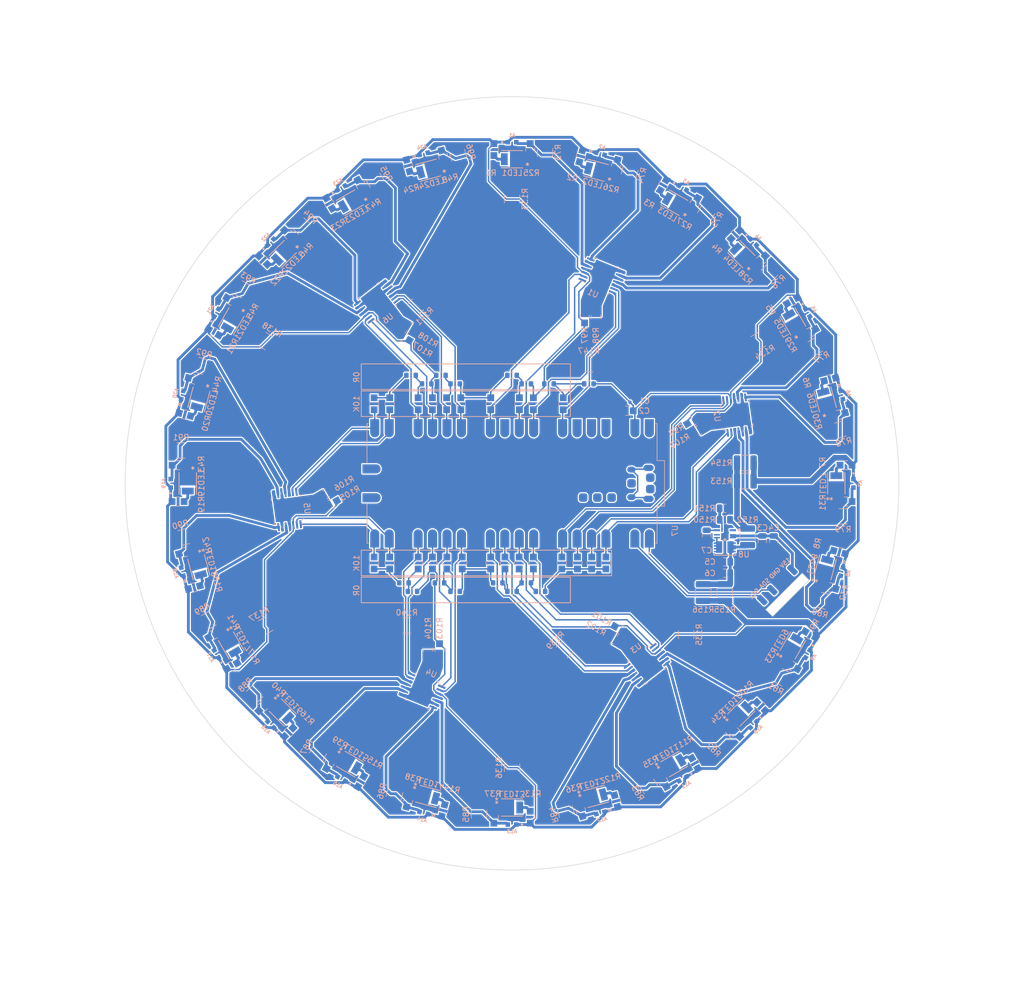
<source format=kicad_pcb>
(kicad_pcb (version 20221018) (generator pcbnew)
  (layers (0 "F.Cu" signal) (31 "B.Cu" signal) (34 "B.Paste" user) (35 "F.Paste" user) (36 "B.SilkS" user "B.Silkscreen") (37 "F.SilkS" user "F.Silkscreen") (38 "B.Mask" user) (39 "F.Mask" user) (44 "Edge.Cuts" user))
  (net 0 "")
  (net 1 "+3V3")
  (net 2 "Net-(U1A-+)")
  (net 3 "GND")
  (net 4 "Net-(LED1-Pad2)")
  (net 5 "Net-(U1B-+)")
  (net 6 "Net-(U1C-+)")
  (net 7 "Net-(U1D-+)")
  (net 8 "Net-(U2A-+)")
  (net 9 "Net-(U2B-+)")
  (net 10 "Net-(U2C-+)")
  (net 11 "Net-(U2D-+)")
  (net 12 "Net-(U3A-+)")
  (net 13 "Net-(U3B-+)")
  (net 14 "Net-(U3C-+)")
  (net 15 "Net-(U3D-+)")
  (net 16 "Net-(U4A-+)")
  (net 17 "Net-(U4B-+)")
  (net 18 "Net-(U4C-+)")
  (net 19 "Net-(U4D-+)")
  (net 20 "Net-(U5A-+)")
  (net 21 "Net-(U5B-+)")
  (net 22 "Net-(U5C-+)")
  (net 23 "Net-(U5D-+)")
  (net 24 "Net-(U6A-+)")
  (net 25 "Net-(U6B-+)")
  (net 26 "Net-(U6C-+)")
  (net 27 "Net-(U6D-+)")
  (net 28 "Net-(LED2-Pad2)")
  (net 29 "Net-(LED3-Pad2)")
  (net 30 "Net-(LED4-Pad2)")
  (net 31 "Net-(LED5-Pad2)")
  (net 32 "Net-(LED6-Pad2)")
  (net 33 "Net-(LED7-Pad2)")
  (net 34 "Net-(LED8-Pad2)")
  (net 35 "Net-(LED9-Pad2)")
  (net 36 "Net-(LED10-Pad2)")
  (net 37 "Net-(LED11-Pad2)")
  (net 38 "Net-(LED12-Pad2)")
  (net 39 "Net-(LED13-Pad2)")
  (net 40 "Net-(LED14-Pad2)")
  (net 41 "Net-(LED15-Pad2)")
  (net 42 "Net-(LED16-Pad2)")
  (net 43 "Net-(LED17-Pad2)")
  (net 44 "Net-(LED18-Pad2)")
  (net 45 "Net-(LED19-Pad2)")
  (net 46 "Net-(LED20-Pad2)")
  (net 47 "Net-(LED21-Pad2)")
  (net 48 "Net-(LED22-Pad2)")
  (net 49 "Net-(LED23-Pad2)")
  (net 50 "Net-(LED24-Pad2)")
  (net 51 "/SEN1")
  (net 52 "/SEN2")
  (net 53 "/SEN3")
  (net 54 "/SEN4")
  (net 55 "+15V")
  (net 56 "/SDA")
  (net 57 "/SCL")
  (net 58 "/SEN5")
  (net 59 "/SEN6")
  (net 60 "/SEN7")
  (net 61 "/SEN8")
  (net 62 "/SEN9")
  (net 63 "/SEN10")
  (net 64 "/SEN11")
  (net 65 "/SEN12")
  (net 66 "/SEN13")
  (net 67 "/SEN14")
  (net 68 "/SEN15")
  (net 69 "/SEN16")
  (net 70 "/SEN17")
  (net 71 "/SEN18")
  (net 72 "/SEN19")
  (net 73 "/SEN20")
  (net 74 "/SEN21")
  (net 75 "/SEN22")
  (net 76 "/SEN23")
  (net 77 "/SEN24")
  (net 79 "unconnected-(U7-USB_SHIELD-PadA)")
  (net 92 "/VREF1")
  (net 93 "/VREF2")
  (net 94 "/VREF3")
  (net 95 "/VREF4")
  (net 96 "/VREF5")
  (net 97 "/VREF6")
  (net 98 "Net-(U8-VCC)")
  (net 99 "Net-(U8-FB)")
  (net 100 "Net-(U8-SW-Pad5)")
  (footprint "digikey-footprints:TSSOP-14_W4.4mm" (layer "B.Cu") (at 189.470185 138 7.5)
    (fp_text reference "U2")
    (fp_text value "LM339")
  )
  (footprint "Capacitor_SMD:C_0805_2012Metric" (layer "B.Cu") (at 196 160.2 -90)
    (fp_text reference "C4")
    (fp_text value "0.1uF")
  )
  (footprint "JB2835AWT-W-U30GA0000-N0000001:LED_J2835_CRW" (layer "B.Cu") (at 94.942228 164.752686 -75)
    (fp_text reference "LED18")
    (fp_text value "JB2835AWT-W-U30GA0000-N0000001")
  )
  (footprint "digikey-footprints:0805" (layer "B.Cu") (at 128.5 164 -90)
    (fp_text reference "R65" hide)
    (fp_text value "10k")
  )
  (footprint "digikey-footprints:TSSOP-14_W4.4mm" (layer "B.Cu") (at 173.711097 181.886636 -52.5)
    (fp_text reference "U3")
    (fp_text value "LM339")
  )
  (footprint "digikey-footprints:0805" (layer "B.Cu") (at 182.121281 199.235691 120)
    (fp_text reference "R11")
    (fp_text value "12R")
  )
  (footprint "digikey-footprints:0805" (layer "B.Cu") (at 158.75 164 -90)
    (fp_text reference "R54" hide)
    (fp_text value "10k")
  )
  (footprint "ALS-PT19-315C_L177_TR8:XDCR_ALS-PT19-315C_L177_TR8" (layer "B.Cu") (at 165.529143 92.04445 -15)
    (fp_text reference "A2")
    (fp_text value "ALS-PT19")
  )
  (footprint "JB2835AWT-W-U30GA0000-N0000001:LED_J2835_CRW" (layer "B.Cu") (at 150 207)
    (fp_text reference "LED13")
    (fp_text value "JB2835AWT-W-U30GA0000-N0000001")
  )
  (footprint "digikey-footprints:0805" (layer "B.Cu") (at 118.293757 153.583176 30)
    (fp_text reference "R105")
    (fp_text value "10k")
  )
  (footprint "Resistor_SMD:R_1210_3225Metric" (layer "B.Cu") (at 187.4 169.2 -90)
    (fp_text reference "R155")
    (fp_text value "0R")
  )
  (footprint "Resistor_SMD:R_1210_3225Metric" (layer "B.Cu") (at 159.460899 207.718034 -75)
    (fp_text reference "R84")
    (fp_text value "0R")
  )
  (footprint "digikey-footprints:0805" (layer "B.Cu") (at 207.528067 162.101715 165)
    (fp_text reference "R8")
    (fp_text value "12R")
  )
  (footprint "digikey-footprints:0805" (layer "B.Cu") (at 141 136 90)
    (fp_text reference "R72" hide)
    (fp_text value "10k")
  )
  (footprint "JB2835AWT-W-U30GA0000-N0000001:LED_J2835_CRW" (layer "B.Cu") (at 199.363448 178.5 60)
    (fp_text reference "LED9")
    (fp_text value "JB2835AWT-W-U30GA0000-N0000001")
  )
  (footprint "Resistor_SMD:R_1210_3225Metric" (layer "B.Cu") (at 133 119 45)
    (fp_text reference "R141")
    (fp_text value "0R")
  )
  (footprint "JB2835AWT-W-U30GA0000-N0000001:LED_J2835_CRW" (layer "B.Cu") (at 121.5 199.363448 -30)
    (fp_text reference "LED15")
    (fp_text value "JB2835AWT-W-U30GA0000-N0000001")
  )
  (footprint "Resistor_SMD:R_1210_3225Metric" (layer "B.Cu") (at 191.4 159.4 -90)
    (fp_text reference "R152")
    (fp_text value "0R")
  )
  (footprint "Connector_Wire:SolderWirePad_1x01_SMD_1x2mm" (layer "B.Cu") (at 193.96958 170.522881 45)
    (fp_text reference "J4" hide)
    (fp_text value "Solder Pad")
  )
  (footprint "digikey-footprints:0805" (layer "B.Cu") (at 131.716359 94.128375 -75)
    (fp_text reference "R24")
    (fp_text value "12R")
  )
  (footprint "Resistor_SMD:R_1210_3225Metric" (layer "B.Cu") (at 184.122947 102.497321 60)
    (fp_text reference "R75")
    (fp_text value "0R")
  )
  (footprint "digikey-footprints:0805" (layer "B.Cu") (at 199.235691 117.878719 -150)
    (fp_text reference "R5")
    (fp_text value "12R")
  )
  (footprint "Capacitor_SMD:C_0805_2012Metric" (layer "B.Cu") (at 184.2 159.2 -90)
    (fp_text reference "C7")
    (fp_text value "1uF")
  )
  (footprint "digikey-footprints:0805" (layer "B.Cu") (at 170.25 137.25)
    (fp_text reference "C2")
    (fp_text value "10uF")
  )
  (footprint "digikey-footprints:0805" (layer "B.Cu") (at 133.5 164 -90)
    (fp_text reference "R64" hide)
    (fp_text value "10k")
  )
  (footprint "digikey-footprints:0805" (layer "B.Cu") (at 182.706243 140.739969 30)
    (fp_text reference "R100")
    (fp_text value "10k")
  )
  (footprint "Resistor_SMD:R_1210_3225Metric" (layer "B.Cu") (at 163.5 129 180)
    (fp_text reference "R147")
    (fp_text value "0R")
  )
  (footprint "digikey-footprints:0805" (layer "B.Cu") (at 137.898285 92.471933 105)
    (fp_text reference "R48")
    (fp_text value "330R")
  )
  (footprint "ALS-PT19-315C_L177_TR8:XDCR_ALS-PT19-315C_L177_TR8" (layer "B.Cu") (at 134.470857 92.04445 15)
    (fp_text reference "A24")
    (fp_text value "ALS-PT19")
  )
  (footprint "Resistor_SMD:R_1210_3225Metric" (layer "B.Cu") (at 131.5 175 180)
    (fp_text reference "R140")
    (fp_text value "0R")
  )
  (footprint "JB2835AWT-W-U30GA0000-N0000001:LED_J2835_CRW" (layer "B.Cu") (at 121.5 100.636552 -150)
    (fp_text reference "LED23")
    (fp_text value "JB2835AWT-W-U30GA0000-N0000001")
  )
  (footprint "digikey-footprints:0805" (layer "B.Cu") (at 136 136 90)
    (fp_text reference "R70" hide)
    (fp_text value "10k")
  )
  (footprint "Resistor_SMD:R_1210_3225Metric" (layer "B.Cu") (at 159.25 179.25 -135)
    (fp_text reference "R139")
    (fp_text value "0R")
  )
  (footprint "digikey-footprints:0805" (layer "B.Cu") (at 164.75 120.75 90)
    (fp_text reference "R98")
    (fp_text value "10k")
  )
  (footprint "ALS-PT19-315C_L177_TR8:XDCR_ALS-PT19-315C_L177_TR8" (layer "B.Cu") (at 150 210 180)
    (fp_text reference "A13")
    (fp_text value "ALS-PT19")
  )
  (footprint "Resistor_SMD:R_1210_3225Metric" (layer "B.Cu") (at 125.922947 96.697321 120)
    (fp_text reference "R95")
    (fp_text value "0R")
  )
  (footprint "JB2835AWT-W-U30GA0000-N0000001:LED_J2835_CRW" (layer "B.Cu") (at 100.636552 178.5 -60)
    (fp_text reference "LED17")
    (fp_text value "JB2835AWT-W-U30GA0000-N0000001")
  )
  (footprint "digikey-footprints:0805" (layer "B.Cu") (at 100.764309 117.878719 150)
    (fp_text reference "R45")
    (fp_text value "330R")
  )
  (footprint "digikey-footprints:0805" (layer "B.Cu") (at 94.128375 168.283641 15)
    (fp_text reference "R18")
    (fp_text value "12R")
  )
  (footprint "Resistor_SMD:R_1210_3225Metric" (layer "B.Cu") (at 191 146.4 180)
    (fp_text reference "R154")
    (fp_text value "0R")
  )
  (footprint "digikey-footprints:0805" (layer "B.Cu") (at 205.871625 131.716359 -165)
    (fp_text reference "R6")
    (fp_text value "12R")
  )
  (footprint "Connector_Wire:SolderWirePad_1x01_SMD_1x2mm" (layer "B.Cu") (at 195.737347 168.755114 45)
    (fp_text reference "J3" hide)
    (fp_text value "Solder Pad")
  )
  (footprint "Resistor_SMD:R_1210_3225Metric" (layer "B.Cu") (at 170.665638 95.284267 75)
    (fp_text reference "R74")
    (fp_text value "0R")
  )
  (footprint "Resistor_SMD:R_1210_3225Metric" (layer "B.Cu") (at 174.077053 203.302679 -60)
    (fp_text reference "R83")
    (fp_text value "0R")
  )
  (footprint "Resistor_SMD:R_0603_1608Metric" (layer "B.Cu") (at 152.5 132.5 180)
    (fp_text reference "R114" hide)
    (fp_text value "0R")
  )
  (footprint "digikey-footprints:0805" (layer "B.Cu") (at 202.435691 176.578719 150)
    (fp_text reference "R9")
    (fp_text value "12R")
  )
  (footprint "digikey-footprints:0805" (layer "B.Cu") (at 135.25 179.25 -90)
    (fp_text reference "R104")
    (fp_text value "10k")
  )
  (footprint "digikey-footprints:0805" (layer "B.Cu") (at 100.764309 182.121281 30)
    (fp_text reference "R17")
    (fp_text value "12R")
  )
  (footprint "JB2835AWT-W-U30GA0000-N0000001:LED_J2835_CRW" (layer "B.Cu") (at 178.5 199.363448 30)
    (fp_text reference "LED11")
    (fp_text value "JB2835AWT-W-U30GA0000-N0000001")
  )
  (footprint "ALS-PT19-315C_L177_TR8:XDCR_ALS-PT19-315C_L177_TR8" (layer "B.Cu") (at 120 201.961524 150)
    (fp_text reference "A15")
    (fp_text value "ALS-PT19")
  )
  (footprint "digikey-footprints:0805" (layer "B.Cu") (at 138.55 164 -90)
    (fp_text reference "R62" hide)
    (fp_text value "10k")
  )
  (footprint "Resistor_SMD:R_1210_3225Metric" (layer "B.Cu") (at 204.715733 170.665638 -15)
    (fp_text reference "R80")
    (fp_text value "0R")
  )
  (footprint "Resistor_SMD:R_1210_3225Metric" (layer "B.Cu") (at 207.718034 140.539101 15)
    (fp_text reference "R78")
    (fp_text value "0R")
  )
  (footprint "Connector_Wire:SolderWirePad_1x01_SMD_1x2mm" (layer "B.Cu") (at 197.505114 166.987347 45)
    (fp_text reference "J2" hide)
    (fp_text value "Solder Pad")
  )
  (footprint "digikey-footprints:0805" (layer "B.Cu") (at 148.75 164 -90)
    (fp_text reference "R59" hide)
    (fp_text value "10k")
  )
  (footprint "digikey-footprints:0805" (layer "B.Cu") (at 189.244426 106.23009 -135)
    (fp_text reference "R4")
    (fp_text value "12R")
  )
  (footprint "digikey-footprints:0805" (layer "B.Cu") (at 162.101715 207.528067 -75)
    (fp_text reference "R36")
    (fp_text value "330R")
  )
  (footprint "ALS-PT19-315C_L177_TR8:XDCR_ALS-PT19-315C_L177_TR8" (layer "B.Cu") (at 98.038476 180 120)
    (fp_text reference "A17")
    (fp_text value "ALS-PT19")
  )
  (footprint "Resistor_SMD:R_1210_3225Metric" (layer "B.Cu") (at 140.539101 92.281966 105)
    (fp_text reference "R96")
    (fp_text value "0R")
  )
  (footprint "digikey-footprints:0805" (layer "B.Cu") (at 138.5 136 90)
    (fp_text reference "R71" hide)
    (fp_text value "10k")
  )
  (footprint "JB2835AWT-W-U30GA0000-N0000001:LED_J2835_CRW" (layer "B.Cu") (at 164.752686 94.942228 165)
    (fp_text reference "LED2")
    (fp_text value "JB2835AWT-W-U30GA0000-N0000001")
  )
  (footprint "digikey-footprints:0805" (layer "B.Cu") (at 141.25 164 -90)
    (fp_text reference "R61" hide)
    (fp_text value "10k")
  )
  (footprint "digikey-footprints:0805" (layer "B.Cu") (at 97.564309 176.578719 -150)
    (fp_text reference "R41")
    (fp_text value "330R")
  )
  (footprint "ALS-PT19-315C_L177_TR8:XDCR_ALS-PT19-315C_L177_TR8" (layer "B.Cu") (at 165.529143 207.95555 -165)
    (fp_text reference "A12")
    (fp_text value "ALS-PT19")
  )
  (footprint "Resistor_SMD:R_0603_1608Metric" (layer "B.Cu") (at 150 131 180)
    (fp_text reference "R113" hide)
    (fp_text value "0R")
  )
  (footprint "Resistor_SMD:R_1210_3225Metric" (layer "B.Cu") (at 106.69873 175 -150)
    (fp_text reference "R137")
    (fp_text value "0R")
  )
  (footprint "digikey-footprints:0805" (layer "B.Cu") (at 123.421281 202.435691 60)
    (fp_text reference "R15")
    (fp_text value "12R")
  )
  (footprint "Capacitor_SMD:C_0805_2012Metric" (layer "B.Cu") (at 187.4 163.8 180)
    (fp_text reference "C5")
    (fp_text value "22uF")
  )
  (footprint "digikey-footprints:0805" (layer "B.Cu") (at 159 136 90)
    (fp_text reference "R52" hide)
    (fp_text value "10k")
  )
  (footprint "digikey-footprints:0805" (layer "B.Cu") (at 167.956243 177.398875 -30)
    (fp_text reference "R102")
    (fp_text value "10k")
  )
  (footprint "digikey-footprints:0805" (layer "B.Cu") (at 151.25 164 -90)
    (fp_text reference "R58" hide)
    (fp_text value "10k")
  )
  (footprint "digikey-footprints:0805" (layer "B.Cu") (at 106.23009 110.755574 -45)
    (fp_text reference "R22")
    (fp_text value "12R")
  )
  (footprint "TPSM33625RDNR:QFN-FCMOD11_RDN_TEX" (layer "B.Cu") (at 187.4 160.2 180)
    (fp_text reference "U8")
    (fp_text value "TPSM33625RDNR")
  )
  (footprint "Resistor_SMD:R_1210_3225Metric" (layer "B.Cu") (at 95.284267 129.334362 165)
    (fp_text reference "R92")
    (fp_text value "0R")
  )
  (footprint "Resistor_SMD:R_1210_3225Metric" (layer "B.Cu") (at 195.254834 112.947605 45)
    (fp_text reference "R76")
    (fp_text value "0R")
  )
  (footprint "Resistor_SMD:R_1210_3225Metric" (layer "B.Cu") (at 112.947605 104.745166 135)
    (fp_text reference "R94")
    (fp_text value "0R")
  )
  (footprint "JB2835AWT-W-U30GA0000-N0000001:LED_J2835_CRW" (layer "B.Cu") (at 178.5 100.636552 150)
    (fp_text reference "LED3")
    (fp_text value "JB2835AWT-W-U30GA0000-N0000001")
  )
  (footprint "Resistor_SMD:R_0603_1608Metric" (layer "B.Cu") (at 140 132.5 180)
    (fp_text reference "R110" hide)
    (fp_text value "0R")
  )
  (footprint "ALS-PT19-315C_L177_TR8:XDCR_ALS-PT19-315C_L177_TR8" (layer "B.Cu") (at 98.038476 120 60)
    (fp_text reference "A21")
    (fp_text value "ALS-PT19")
  )
  (footprint "Resistor_SMD:R_1210_3225Metric" (layer "B.Cu") (at 187.052395 195.254834 -45)
    (fp_text reference "R82")
    (fp_text value "0R")
  )
  (footprint "Resistor_SMD:R_1210_3225Metric" (layer "B.Cu") (at 155.8 91.8 90)
    (fp_text reference "R73")
    (fp_text value "0R")
  )
  (footprint "digikey-footprints:0805" (layer "B.Cu") (at 117.293757 151.851125 -150)
    (fp_text reference "R106")
    (fp_text value "10k")
  )
  (footprint "JB2835AWT-W-U30GA0000-N0000001:LED_J2835_CRW" (layer "B.Cu") (at 135.247314 205.057772 -15)
    (fp_text reference "LED14")
    (fp_text value "JB2835AWT-W-U30GA0000-N0000001")
  )
  (footprint "JB2835AWT-W-U30GA0000-N0000001:LED_J2835_CRW" (layer "B.Cu") (at 164.752686 205.057772 15)
    (fp_text reference "LED12")
    (fp_text value "JB2835AWT-W-U30GA0000-N0000001")
  )
  (footprint "Resistor_SMD:R_1210_3225Metric" (layer "B.Cu") (at 102.497321 115.877053 150)
    (fp_text reference "R93")
    (fp_text value "0R")
  )
  (footprint "digikey-footprints:0805" (layer "B.Cu") (at 106.23009 189.244426 -135)
    (fp_text reference "R40")
    (fp_text value "330R")
  )
  (footprint "Resistor_SMD:R_1210_3225Metric" (layer "B.Cu") (at 96.697321 174.077053 -150)
    (fp_text reference "R89")
    (fp_text value "0R")
  )
  (footprint "digikey-footprints:TSSOP-14_W4.4mm" (layer "B.Cu") (at 134.240912 186.47773 -112.5)
    (fp_text reference "U4")
    (fp_text value "LM339")
  )
  (footprint "digikey-footprints:0805" (layer "B.Cu") (at 92.471933 137.898285 -15)
    (fp_text reference "R20")
    (fp_text value "12R")
  )
  (footprint "digikey-footprints:0805" (layer "B.Cu") (at 117.878719 100.764309 -60)
    (fp_text reference "R23")
    (fp_text value "12R")
  )
  (footprint "digikey-footprints:0805" (layer "B.Cu") (at 161.5 164 -90)
    (fp_text reference "R53" hide)
    (fp_text value "10k")
  )
  (footprint "JB2835AWT-W-U30GA0000-N0000001:LED_J2835_CRW" (layer "B.Cu") (at 205.057772 135.247314 105)
    (fp_text reference "LED6")
    (fp_text value "JB2835AWT-W-U30GA0000-N0000001")
  )
  (footprint "digikey-footprints:0805" (layer "B.Cu") (at 125.75 164 -90)
    (fp_text reference "R66" hide)
    (fp_text value "10k")
  )
  (footprint "digikey-footprints:0805" (layer "B.Cu") (at 146.8 91.3 -90)
    (fp_text reference "R1")
    (fp_text value "12R")
  )
  (footprint "Capacitor_SMD:C_0805_2012Metric" (layer "B.Cu") (at 194 160.2 -90)
    (fp_text reference "C3")
    (fp_text value "4.7uF")
  )
  (footprint "ALS-PT19-315C_L177_TR8:XDCR_ALS-PT19-315C_L177_TR8" (layer "B.Cu") (at 180 98.038476 -30)
    (fp_text reference "A3")
    (fp_text value "ALS-PT19")
  )
  (footprint "digikey-footprints:0805" (layer "B.Cu") (at 131.043757 124.333176 -30)
    (fp_text reference "R107")
    (fp_text value "10k")
  )
  (footprint "digikey-footprints:0805" (layer "B.Cu") (at 137.898285 207.528067 75)
    (fp_text reference "R14")
    (fp_text value "12R")
  )
  (footprint "digikey-footprints:0805" (layer "B.Cu") (at 133.5 136 90)
    (fp_text reference "R69" hide)
    (fp_text value "10k")
  )
  (footprint "Resistor_SMD:R_1210_3225Metric" (layer "B.Cu") (at 91.8 144.2 180)
    (fp_text reference "R91")
    (fp_text value "0R")
  )
  (footprint "digikey-footprints:0805" (layer "B.Cu") (at 91.3 153.2)
    (fp_text reference "R19")
    (fp_text value "12R")
  )
  (footprint "Resistor_SMD:R_0603_1608Metric" (layer "B.Cu") (at 163.5 132.5 180)
    (fp_text reference "R127" hide)
    (fp_text value "0R")
  )
  (footprint "Resistor_SMD:R_1210_3225Metric" (layer "B.Cu") (at 193.30127 125 30)
    (fp_text reference "R134")
    (fp_text value "0R")
  )
  (footprint "Resistor_SMD:R_0603_1608Metric" (layer "B.Cu") (at 132.5 169 180)
    (fp_text reference "R117" hide)
    (fp_text value "0R")
  )
  (footprint "Resistor_SMD:R_0603_1608Metric" (layer "B.Cu") (at 140 169 180)
    (fp_text reference "R119" hide)
    (fp_text value "0R")
  )
  (footprint "JB2835AWT-W-U30GA0000-N0000001:LED_J2835_CRW" (layer "B.Cu") (at 109.694913 109.694913 -135)
    (fp_text reference "LED22")
    (fp_text value "JB2835AWT-W-U30GA0000-N0000001")
  )
  (footprint "digikey-footprints:0805" (layer "B.Cu") (at 202.435691 123.421281 30)
    (fp_text reference "R29")
    (fp_text value "330R")
  )
  (footprint "digikey-footprints:0805" (layer "B.Cu") (at 94.128375 131.716359 165)
    (fp_text reference "R44")
    (fp_text value "330R")
  )
  (footprint "ALS-PT19-315C_L177_TR8:XDCR_ALS-PT19-315C_L177_TR8" (layer "B.Cu") (at 107.573593 192.426407 135)
    (fp_text reference "A16")
    (fp_text value "ALS-PT19")
  )
  (footprint "ALS-PT19-315C_L177_TR8:XDCR_ALS-PT19-315C_L177_TR8" (layer "B.Cu") (at 192.426407 107.573593 -45)
    (fp_text reference "A4")
    (fp_text value "ALS-PT19")
  )
  (footprint "Resistor_SMD:R_0805_2012Metric" (layer "B.Cu") (at 187.4 154.4 180)
    (fp_text reference "R151")
    (fp_text value "10k")
  )
  (footprint "Capacitor_SMD:C_0805_2012Metric" (layer "B.Cu") (at 187.4 165.8 180)
    (fp_text reference "C6")
    (fp_text value "22uF")
  )
  (footprint "digikey-footprints:0805" (layer "B.Cu") (at 153.2 91.3 90)
    (fp_text reference "R25")
    (fp_text value "330R")
  )
  (footprint "digikey-footprints:0805" (layer "B.Cu") (at 153.75 164 -90)
    (fp_text reference "R57" hide)
    (fp_text value "10k")
  )
  (footprint "JB2835AWT-W-U30GA0000-N0000001:LED_J2835_CRW" (layer "B.Cu") (at 205.057772 164.752686 75)
    (fp_text reference "LED8")
    (fp_text value "JB2835AWT-W-U30GA0000-N0000001")
  )
  (footprint "Resistor_SMD:R_0603_1608Metric" (layer "B.Cu") (at 155 169 180)
    (fp_text reference "R123" hide)
    (fp_text value "0R")
  )
  (footprint "SC0915:MODULE_SC0915" (layer "B.Cu") (at 150 150 90)
    (fp_text reference "U7")
    (fp_text value "SC0915")
  )
  (footprint "digikey-footprints:0805" (layer "B.Cu") (at 91.3 146.8 180)
    (fp_text reference "R43")
    (fp_text value "330R")
  )
  (footprint "Resistor_SMD:R_1210_3225Metric" (layer "B.Cu") (at 180.6 176.6 90)
    (fp_text reference "R135")
    (fp_text value "0R")
  )
  (footprint "digikey-footprints:0805" (layer "B.Cu") (at 182.121281 100.764309 60)
    (fp_text reference "R27")
    (fp_text value "330R")
  )
  (footprint "JB2835AWT-W-U30GA0000-N0000001:LED_J2835_CRW" (layer "B.Cu") (at 100.636552 121.5 -120)
    (fp_text reference "LED21")
    (fp_text value "JB2835AWT-W-U30GA0000-N0000001")
  )
  (footprint "digikey-footprints:0805" (layer "B.Cu") (at 168.283641 205.871625 105)
    (fp_text reference "R12")
    (fp_text value "12R")
  )
  (footprint "digikey-footprints:TSSOP-14_W4.4mm" (layer "B.Cu") (at 126.288903 118.113364 127.5)
    (fp_text reference "U6")
    (fp_text value "LM339")
  )
  (footprint "ALS-PT19-315C_L177_TR8:XDCR_ALS-PT19-315C_L177_TR8" (layer "B.Cu") (at 201.961524 180 -120)
    (fp_text reference "A9")
    (fp_text value "ALS-PT19")
  )
  (footprint "digikey-footprints:0805" (layer "B.Cu") (at 176.578719 97.564309 -120)
    (fp_text reference "R3")
    (fp_text value "12R")
  )
  (footprint "digikey-footprints:0805" (layer "B.Cu") (at 199.235691 182.121281 -30)
    (fp_text reference "R33")
    (fp_text value "330R")
  )
  (footprint "ALS-PT19-315C_L177_TR8:XDCR_ALS-PT19-315C_L177_TR8" (layer "B.Cu") (at 150 90)
    (fp_text reference "A1")
    (fp_text value "ALS-PT19")
  )
  (footprint "Resistor_SMD:R_1210_3225Metric" (layer "B.Cu") (at 191 149.6 180)
    (fp_text reference "R153")
    (fp_text value "0R")
  )
  (footprint "JB2835AWT-W-U30GA0000-N0000001:LED_J2835_CRW" (layer "B.Cu") (at 94.942228 135.247314 -105)
    (fp_text reference "LED20")
    (fp_text value "JB2835AWT-W-U30GA0000-N0000001")
  )
  (footprint "Resistor_SMD:R_0603_1608Metric" (layer "B.Cu") (at 156.5 132.5 180)
    (fp_text reference "R115" hide)
    (fp_text value "0R")
  )
  (footprint "JB2835AWT-W-U30GA0000-N0000001:LED_J2835_CRW" (layer "B.Cu") (at 207 150 90)
    (fp_text reference "LED7")
    (fp_text value "JB2835AWT-W-U30GA0000-N0000001")
  )
  (footprint "Resistor_SMD:R_1210_3225Metric" (layer "B.Cu") (at 208.2 155.8)
    (fp_text reference "R79")
    (fp_text value "0R")
  )
  (footprint "digikey-footprints:0805" (layer "B.Cu") (at 162.101715 92.471933 -105)
    (fp_text reference "R2")
    (fp_text value "12R")
  )
  (footprint "digikey-footprints:0805" (layer "B.Cu") (at 166.5 164 -90)
    (fp_text reference "R56" hide)
    (fp_text value "10k")
  )
  (footprint "digikey-footprints:0805" (layer "B.Cu") (at 146.8 208.7 -90)
    (fp_text reference "R37")
    (fp_text value "330R")
  )
  (footprint "digikey-footprints:0805" (layer "B.Cu") (at 208.7 146.8 180)
    (fp_text reference "R7")
    (fp_text value "12R")
  )
  (footprint "digikey-footprints:0805" (layer "B.Cu") (at 128.5 136 90)
    (fp_text reference "R67" hide)
    (fp_text value "10k")
  )
  (footprint "Resistor_SMD:R_1210_3225Metric" (layer "B.Cu") (at 115.877053 197.502679 -120)
    (fp_text reference "R87")
    (fp_text value "0R")
  )
  (footprint "digikey-footprints:0805" (layer "B.Cu") (at 123.421281 97.564309 120)
    (fp_text reference "R47")
    (fp_text value "330R")
  )
  (footprint "digikey-footprints:0805" (layer "B.Cu") (at 208.7 153.2)
    (fp_text reference "R31")
    (fp_text value "330R")
  )
  (footprint "Resistor_SMD:R_1210_3225Metric" (layer "B.Cu") (at 150 100 90)
    (fp_text reference "R133")
    (fp_text value "0R")
  )
  (footprint "Resistor_SMD:R_1210_3225Metric" (layer "B.Cu") (at 129.334362 204.715733 -105)
    (fp_text reference "R86")
    (fp_text value "0R")
  )
  (footprint "ALS-PT19-315C_L177_TR8:XDCR_ALS-PT19-315C_L177_TR8" (layer "B.Cu") (at 120 98.038476 30)
    (fp_text reference "A23")
    (fp_text value "ALS-PT19")
  )
  (footprint "digikey-footprints:0805" (layer "B.Cu") (at 92.471933 162.101715 -165)
    (fp_text reference "R42")
    (fp_text value "330R")
  )
  (footprint "digikey-footprints:0805" (layer "B.Cu") (at 136 164 -90)
    (fp_text reference "R63" hide)
    (fp_text value "10k")
  )
  (footprint "digikey-footprints:0805" (layer "B.Cu") (at 146.25 136 90)
    (fp_text reference "R49" hide)
    (fp_text value "10k")
  )
  (footprint "digikey-footprints:0805" (layer "B.Cu") (at 193.76991 110.755574 45)
    (fp_text reference "R28")
    (fp_text value "330R")
  )
  (footprint "digikey-footprints:0805" (layer "B.Cu") (at 193.76991 189.244426 135)
    (fp_text reference "R10")
    (fp_text value "12R")
  )
  (footprint "digikey-footprints:0805" (layer "B.Cu") (at 153.2 208.7 90)
    (fp_text reference "R13")
    (fp_text value "12R")
  )
  (footprint "ALS-PT19-315C_L177_TR8:XDCR_ALS-PT19-315C_L177_TR8" (layer "B.Cu") (at 92.04445 134.470857 75)
    (fp_text reference "A20")
    (fp_text value "ALS-PT19")
  )
  (footprint "Resistor_SMD:R_0603_1608Metric" (layer "B.Cu") (at 135 132.5 180)
    (fp_text reference "R112" hide)
    (fp_text value "0R")
  )
  (footprint "ALS-PT19-315C_L177_TR8:XDCR_ALS-PT19-315C_L177_TR8" (layer "B.Cu") (at 201.961524 120 -60)
    (fp_text reference "A5")
    (fp_text value "ALS-PT19")
  )
  (footprint "digikey-footprints:0805" (layer "B.Cu") (at 189.244426 193.76991 -45)
    (fp_text reference "R34")
    (fp_text value "330R")
  )
  (footprint "ALS-PT19-315C_L177_TR8:XDCR_ALS-PT19-315C_L177_TR8" (layer "B.Cu") (at 207.95555 165.529143 -105)
    (fp_text reference "A8")
    (fp_text value "ALS-PT19")
  )
  (footprint "digikey-footprints:0805" (layer "B.Cu") (at 176.578719 202.435691 -60)
    (fp_text reference "R35")
    (fp_text value "330R")
  )
  (footprint "ALS-PT19-315C_L177_TR8:XDCR_ALS-PT19-315C_L177_TR8" (layer "B.Cu") (at 180 201.961524 -150)
    (fp_text reference "A11")
    (fp_text value "ALS-PT19")
  )
  (footprint "Resistor_SMD:R_0603_1608Metric" (layer "B.Cu") (at 147.5 167.5 180)
    (fp_text reference "R120" hide)
    (fp_text value "0R")
  )
  (footprint "digikey-footprints:0805" (layer "B.Cu") (at 205.871625 168.283641 -15)
    (fp_text reference "R32")
    (fp_text value "330R")
  )
  (footprint "digikey-footprints:TSSOP-14_W4.4mm" (layer "B.Cu") (at 110.529815 154.591094 -172.5)
    (fp_text reference "U5")
    (fp_text value "LM339")
  )
  (footprint "Resistor_SMD:R_1210_3225Metric" (layer "B.Cu") (at 197.502679 184.122947 -30)
    (fp_text reference "R81")
    (fp_text value "0R")
  )
  (footprint "digikey-footprints:0805" (layer "B.Cu") (at 162.75 120.75 -90)
    (fp_text reference "R97")
    (fp_text value "10k")
  )
  (footprint "Resistor_SMD:R_0603_1608Metric" (layer "B.Cu") (at 137.25 167.5 180)
    (fp_text reference "R118" hide)
    (fp_text value "0R")
  )
  (footprint "digikey-footprints:0805" (layer "B.Cu") (at 110.755574 106.23009 135)
    (fp_text reference "R46")
    (fp_text value "330R")
  )
  (footprint "JB2835AWT-W-U30GA0000-N0000001:LED_J2835_CRW" (layer "B.Cu") (at 150 93 180)
    (fp_text reference "LED1")
    (fp_text value "JB2835AWT-W-U30GA0000-N0000001")
  )
  (footprint "digikey-footprints:0805" (layer "B.Cu") (at 153.75 136 90)
    (fp_text reference "R51" hide)
    (fp_text value "10k")
  )
  (footprint "digikey-footprints:0805" (layer "B.Cu") (at 168.283641 94.128375 75)
    (fp_text reference "R26")
    (fp_text value "330R")
  )
  (footprint "ALS-PT19-315C_L177_TR8:XDCR_ALS-PT19-315C_L177_TR8" (layer "B.Cu") (at 90 150 90)
    (fp_text reference "A19")
    (fp_text value "ALS-PT19")
  )
  (footprint "JB2835AWT-W-U30GA0000-N0000001:LED_J2835_CRW" (layer "B.Cu") (at 93 150 -90)
    (fp_text reference "LED19")
    (fp_text value "JB2835AWT-W-U30GA0000-N0000001")
  )
  (footprint "Resistor_SMD:R_1210_3225Metric" (layer "B.Cu") (at 144.2 208.2 -90)
    (fp_text reference "R85")
    (fp_text value "0R")
  )
  (footprint "digikey-footprints:0805" (layer "B.Cu") (at 207.528067 137.898285 15)
    (fp_text reference "R30")
    (fp_text value "330R")
  )
  (footprint "Resistor_SMD:R_0603_1608Metric" (layer "B.Cu") (at 152.5 167.5 180)
    (fp_text reference "R122" hide)
    (fp_text value "0R")
  )
  (footprint "digikey-footprints:0805" (layer "B.Cu") (at 151.3 136 90)
    (fp_text reference "R50" hide)
    (fp_text value "10k")
  )
  (footprint "digikey-footprints:0805" (layer "B.Cu") (at 131.716359 205.871625 -105)
    (fp_text reference "R38")
    (fp_text value "330R")
  )
  (footprint "ALS-PT19-315C_L177_TR8:XDCR_ALS-PT19-315C_L177_TR8" (layer "B.Cu") (at 210 150 -90)
    (fp_text reference "A7")
    (fp_text value "ALS-PT19")
  )
  (footprint "Resistor_SMD:R_1210_3225Metric" (layer "B.Cu") (at 203.302679 125.922947 30)
    (fp_text reference "R77")
    (fp_text value "0R")
  )
  (footprint "Resistor_SMD:R_0603_1608Metric" (layer "B.Cu") (at 132.25 131 180)
    (fp_text reference "R128" hide)
    (fp_text value "0R")
  )
  (footprint "Resistor_SMD:R_0603_1608Metric" (layer "B.Cu") (at 131 167.5 180)
    (fp_text reference "R116" hide)
    (fp_text value "0R")
  )
  (footprint "JB2835AWT-W-U30GA0000-N0000001:LED_J2835_CRW" (layer "B.Cu") (at 199.363448 121.5 120)
    (fp_text reference "LED5")
    (fp_text value "JB2835AWT-W-U30GA0000-N0000001")
  )
  (footprint "ALS-PT19-315C_L177_TR8:XDCR_ALS-PT19-315C_L177_TR8" (layer "B.Cu") (at 207.95555 134.470857 -75)
    (fp_text reference "A6")
    (fp_text value "ALS-PT19")
  )
  (footprint "digikey-footprints:0805" (layer "B.Cu") (at 117.878719 199.235691 -120)
    (fp_text reference "R39")
    (fp_text value "330R")
  )
  (footprint "Resistor_SMD:R_0603_1608Metric" (layer "B.Cu") (at 137.5 131 180)
    (fp_text reference "R111" hide)
    (fp_text value "0R")
  )
  (footprint "digikey-footprints:0805" (layer "B.Cu") (at 181.706243 139.007918 -150)
    (fp_text reference "R99")
    (fp_text value "10k")
  )
  (footprint "JB2835AWT-W-U30GA0000-N0000001:LED_J2835_CRW" (layer "B.Cu") (at 135.247314 94.942228 -165)
    (fp_text reference "LED24")
    (fp_text value "JB2835AWT-W-U30GA0000-N0000001")
  )
  (footprint "Resistor_SMD:R_1210_3225Metric" (layer "B.Cu") (at 150 200 -90)
    (fp_text reference "R136")
    (fp_text value "0R")
  )
  (footprint "digikey-footprints:TSSOP-14_W4.4mm" (layer "B.Cu") (at 165.759088 113.52227 67.5)
    (fp_text reference "U1")
    (fp_text value "LM339")
  )
  (footprint "JB2835AWT-W-U30GA0000-N0000001:LED_J2835_CRW" (layer "B.Cu") (at 109.694913 190.305087 -45)
    (fp_text reference "LED16")
    (fp_text value "JB2835AWT-W-U30GA0000-N0000001")
  )
  (footprint "Resistor_SMD:R_1210_3225Metric" (layer "B.Cu") (at 106.69873 125 150)
    (fp_text reference "R138")
    (fp_text value "0R")
  )
  (footprint "ALS-PT19-315C_L177_TR8:XDCR_ALS-PT19-315C_L177_TR8" (layer "B.Cu") (at 192.426407 192.426407 -135)
    (fp_text reference "A10")
    (fp_text value "ALS-PT19")
  )
  (footprint "digikey-footprints:0805" (layer "B.Cu") (at 125.75 136 90)
    (fp_text reference "R68" hide)
    (fp_text value "10k")
  )
  (footprint "digikey-footprints:0805" (layer "B.Cu") (at 97.564309 123.421281 -30)
    (fp_text reference "R21")
    (fp_text value "12R")
  )
  (footprint "Resistor_SMD:R_1210_3225Metric" (layer "B.Cu") (at 92.281966 159.460899 -165)
    (fp_text reference "R90")
    (fp_text value "0R")
  )
  (footprint "digikey-footprints:0805" (layer "B.Cu") (at 168.956243 175.666824 150)
    (fp_text reference "R101")
    (fp_text value "10k")
  )
  (footprint "Connector_Wire:SolderWirePad_1x01_SMD_1x2mm" (layer "B.Cu") (at 199.272881 165.21958 45)
    (fp_text reference "J1" hide)
    (fp_text value "Solder Pad" hide)
  )
  (footprint "Resistor_SMD:R_0603_1608Metric" (layer "B.Cu") (at 150 169 180)
    (fp_text reference "R121" hide)
    (fp_text value "0R")
  )
  (footprint "JB2835AWT-W-U30GA0000-N0000001:LED_J2835_CRW" (layer "B.Cu") (at 190.305087 190.305087 45)
    (fp_text reference "LED10")
    (fp_text value "JB2835AWT-W-U30GA0000-N0000001")
  )
  (footprint "ALS-PT19-315C_L177_TR8:XDCR_ALS-PT19-315C_L177_TR8" (layer "B.Cu") (at 107.573593 107.573593 45)
    (fp_text reference "A22")
    (fp_text value "ALS-PT19")
  )
  (footprint "Capacitor_SMD:C_0402_1005Metric" (layer "B.Cu") (at 170.25 135.75)
    (fp_text reference "C1")
    (fp_text value "0.1uF")
  )
  (footprint "digikey-footprints:0805" (layer "B.Cu") (at 110.755574 193.76991 45)
    (fp_text reference "R16")
    (fp_text value "12R")
  )
  (footprint "Resistor_SMD:R_1210_3225Metric" (layer "B.Cu") (at 183.6 169.2 -90)
    (fp_text reference "R156")
    (fp_text value "0R")
  )
  (footprint "Resistor_SMD:R_1210_3225Metric" (layer "B.Cu") (at 104.745166 187.052395 -135)
    (fp_text reference "R88")
    (fp_text value "0R")
  )
  (footprint "JB2835AWT-W-U30GA0000-N0000001:LED_J2835_CRW" (layer "B.Cu") (at 190.305087 109.694913 135)
    (fp_text reference "LED4")
    (fp_text value "JB2835AWT-W-U30GA0000-N0000001")
  )
  (footprint "digikey-footprints:0805" (layer "B.Cu") (at 132.043757 122.601125 150)
    (fp_text reference "R108")
    (fp_text value "10k")
  )
  (footprint "digikey-footprints:0805" (layer "B.Cu") (at 146.25 164 -90)
    (fp_text reference "R60" hide)
    (fp_text value "10k")
  )
  (footprint "Resistor_SMD:R_0805_2012Metric" (layer "B.Cu") (at 187.4 156.4)
    (fp_text reference "R150")
    (fp_text value "10k")
  )
  (footprint "ALS-PT19-315C_L177_TR8:XDCR_ALS-PT19-315C_L177_TR8" (layer "B.Cu") (at 92.04445 165.529143 105)
    (fp_text reference "A18")
    (fp_text value "ALS-PT19")
  )
  (footprint "digikey-footprints:0805" (layer "B.Cu") (at 164 164 -90)
    (fp_text reference "R55" hide)
    (fp_text value "10k")
  )
  (footprint "ALS-PT19-315C_L177_TR8:XDCR_ALS-PT19-315C_L177_TR8" (layer "B.Cu") (at 134.470857 207.95555 165)
    (fp_text reference "A14")
    (fp_text value "ALS-PT19")
  )
  (footprint "digikey-footprints:0805" (layer "B.Cu") (at 137.25 179.25 90)
    (fp_text reference "R103")
    (fp_text value "10k")
  )
  (gr_rect (start 123.5 133.75) (end 160.25 138.25) (stroke (width 0.15)) (fill none) (layer "B.SilkS"))
  (gr_rect (start 123.5 129) (end 160.25 133.5) (stroke (width 0.15)) (fill none) (layer "B.SilkS"))
  (gr_rect (start 123.5 166.5) (end 160.25 171) (stroke (width 0.15)) (fill none) (layer "B.SilkS"))
  (gr_rect (start 123.5 161.75) (end 167.5 166.25) (stroke (width 0.15)) (fill none) (layer "B.SilkS"))
  (gr_circle (center 150 150) (end 218 150) (stroke (width 0.1)) (fill none) (layer "Edge.Cuts"))
  (gr_line (start 195.8 173.4) (end 202.2 167) (stroke (width 0.1)) (layer "Edge.Cuts"))
  (gr_line (start 202.2 167) (end 201 165.8) (stroke (width 0.1)) (layer "Edge.Cuts"))
  (gr_line (start 194.6 172.2) (end 195.8 173.4) (stroke (width 0.1)) (layer "Edge.Cuts"))
  (gr_line (start 201 165.8) (end 194.6 172.2) (stroke (width 0.1)) (layer "Edge.Cuts"))
  (gr_text "0R" (at 123.25 167.75 90) (layer "B.SilkS") (effects (font (size 1 1)) (justify left bottom mirror)))
  (gr_text "0R" (at 123.25 130.25 90) (layer "B.SilkS") (effects (font (size 1 1)) (justify left bottom mirror)))
  (gr_text "10K" (at 123.25 162.5 90) (layer "B.SilkS") (effects (font (size 1 1)) (justify left bottom mirror)))
  (gr_text "15V" (at 198 164 45) (layer "B.SilkS") (effects (font (size 0.75 0.75) (thickness 0.15) bold) (justify mirror)))
  (gr_text "SDA" (at 194.4 167.6 45) (layer "B.SilkS") (effects (font (size 0.75 0.75) (thickness 0.15) bold) (justify mirror)))
  (gr_text "GND" (at 196.2 165.8 45) (layer "B.SilkS") (effects (font (size 0.75 0.75) (thickness 0.15) bold) (justify mirror)))
  (gr_text "10K" (at 123.25 134.5 90) (layer "B.SilkS") (effects (font (size 1 1)) (justify left bottom mirror)))
  (gr_text "SCL" (at 192.6 169.4 45) (layer "B.SilkS") (effects (font (size 0.75 0.75) (thickness 0.15) bold) (justify mirror)))
  (segment (start 138.325 131) (end 138.325 131.65) (width 0.25) (layer "B.Cu") (net 1))
  (segment (start 135.195301 208.149664) (end 134.643631 208.701334) (width 0.5) (layer "B.Cu") (net 1))
  (segment (start 180.796916 139.532918) (end 180.796916 139.003084) (width 0.25) (layer "B.Cu") (net 1))
  (segment (start 208.149664 164.804699) (end 208.701334 165.356369) (width 0.5) (layer "B.Cu") (net 1))
  (segment (start 192.4625 146.4) (end 192.55 146.35) (width 1) (layer "B.Cu") (net 1))
  (segment (start 150.825 169) (end 150.825 168.35) (width 0.25) (layer "B.Cu") (net 1))
  (segment (start 155.825 169) (end 155.825 167.975) (width 0.25) (layer "B.Cu") (net 1))
  (segment (start 89.45 163.813501) (end 89.45 154) (width 0.5) (layer "B.Cu") (net 1))
  (segment (start 91.890086 166.253587) (end 89.45 163.813501) (width 0.5) (layer "B.Cu") (net 1))
  (segment (start 175.222002 179.995058) (end 175.596293 179.620767) (width 0.25) (layer "B.Cu") (net 1))
  (segment (start 151.25 100) (end 149 100) (width 0.25) (layer "B.Cu") (net 1))
  (segment (start 188.450483 133.949517) (end 193.75 128.65) (width 0.25) (layer "B.Cu") (net 1))
  (segment (start 188.4 163.75) (end 188.35 163.8) (width 0.5) (layer "B.Cu") (net 1))
  (segment (start 210.85 150.163604) (end 210.85 160.065764) (width 0.5) (layer "B.Cu") (net 1))
  (segment (start 135.825 131.85) (end 136.675 131) (width 0.25) (layer "B.Cu") (net 1))
  (segment (start 201.586524 119.350481) (end 200.486524 117.445225) (width 0.5) (layer "B.Cu") (net 1))
  (segment (start 136 132.675) (end 135.825 132.5) (width 0.25) (layer "B.Cu") (net 1))
  (segment (start 162.675 132.5) (end 161.45 132.5) (width 0.25) (layer "B.Cu") (net 1))
  (segment (start 91.850336 135.195302) (end 91.280934 137.320339) (width 0.5) (layer "B.Cu") (net 1))
  (segment (start 188.35 165.8) (end 188.35 163.8) (width 0.5) (layer "B.Cu") (net 1))
  (segment (start 89.15 139.934236) (end 91.457711 137.626525) (width 0.5) (layer "B.Cu") (net 1))
  (segment (start 139.175 168.6) (end 138.075 167.5) (width 0.25) (layer "B.Cu") (net 1))
  (segment (start 146.25 133.925) (end 149.175 131) (width 0.25) (layer "B.Cu") (net 1))
  (segment (start 187.306689 137.291094) (end 188.450483 136.1473) (width 0.25) (layer "B.Cu") (net 1))
  (segment (start 161.5 110.25) (end 151.25 100) (width 0.25) (layer "B.Cu") (net 1))
  (segment (start 208.149664 164.804698) (end 208.719066 162.679661) (width 0.5) (layer "B.Cu") (net 1))
  (segment (start 139.175 169) (end 139.175 168.6) (width 0.25) (layer "B.Cu") (net 1))
  (segment (start 125.75 134.95) (end 128.5 134.95) (width 0.25) (layer "B.Cu") (net 1))
  (segment (start 193.75 128.65) (end 193.75 125.081427) (width 0.25) (layer "B.Cu") (net 1))
  (segment (start 154.125 203.125) (end 154.125 208.825) (width 0.25) (layer "B.Cu") (net 1))
  (segment (start 138.325 131.65) (end 139.175 132.5) (width 0.25) (layer "B.Cu") (net 1))
  (segment (start 179.643301 97.370656) (end 184.120656 97.370656) (width 0.5) (layer "B.Cu") (net 1))
  (segment (start 149.175 167.825) (end 149.175 169) (width 0.25) (layer "B.Cu") (net 1))
  (segment (start 102.018767 182.75) (end 99.958701 182.75) (width 0.25) (layer "B.Cu") (net 1))
  (segment (start 138.175 179.125) (end 138.175 183.575) (width 0.25) (layer "B.Cu") (net 1))
  (segment (start 176.130376 206.885847) (end 168.555401 206.885847) (width 0.5) (layer "B.Cu") (net 1))
  (segment (start 149.836396 210.85) (end 139.934236 210.85) (width 0.5) (layer "B.Cu") (net 1))
  (segment (start 137.14581 186.977423) (end 137.418387 187.25) (width 0.25) (layer "B.Cu") (net 1))
  (segment (start 189.55 146.25) (end 189.5375 149.6) (width 1) (layer "B.Cu") (net 1))
  (segment (start 97.663476 120.649519) (end 97.370656 120.356699) (width 0.5) (layer "B.Cu") (net 1))
  (segment (start 138.5 189.238174) (end 149.261826 200) (width 0.25) (layer "B.Cu") (net 1))
  (segment (start 185.909878 200.145018) (end 182.646281 200.145018) (width 0.5) (layer "B.Cu") (net 1))
  (segment (start 191.35 160.9125) (end 191.35 160.9) (width 0.5) (layer "B.Cu") (net 1))
  (segment (start 128.5 165.05) (end 128.5 165.825) (width 0.25) (layer "B.Cu") (net 1))
  (segment (start 146.25 134.95) (end 141 134.95) (width 0.25) (layer "B.Cu") (net 1))
  (segment (start 138.075 167.5) (end 138 167.425) (width 0.25) (layer "B.Cu") (net 1))
  (segment (start 138 165.6) (end 138.55 165.05) (width 0.25) (layer "B.Cu") (net 1))
  (segment (start 163.644131 114.405115) (end 163.644131 113.594678) (width 0.25) (layer "B.Cu") (net 1))
  (segment (start 155.675 133.025) (end 155.675 132.5) (width 0.25) (layer "B.Cu") (net 1))
  (segment (start 131.825 168.85) (end 131.675 169) (width 0.25) (layer "B.Cu") (net 1))
  (segment (start 188.450483 134.705111) (end 188.450483 135.234438) (width 0.25) (layer "B.Cu") (net 1))
  (segment (start 110.013112 195.478474) (end 110.013112 194.512372) (width 0.5) (layer "B.Cu") (net 1))
  (segment (start 131.825 167.5) (end 131.825 166.725) (width 0.25) (layer "B.Cu") (net 1))
  (segment (start 151.675 131.85) (end 150.825 131) (width 0.25) (layer "B.Cu") (net 1))
  (segment (start 107.043263 108.103923) (end 107.043263 106.901841) (width 0.5) (layer "B.Cu") (net 1))
  (segment (start 151.675 132.5) (end 151.675 131.85) (width 0.25) (layer "B.Cu") (net 1))
  (segment (start 188.4 161.2) (end 188.4 163.75) (width 0.5) (layer "B.Cu") (net 1))
  (segment (start 151 200) (end 154.125 203.125) (width 0.25) (layer "B.Cu") (net 1))
  (segment (start 202.629344 179.643301) (end 202.629344 182.870656) (width 0.5) (layer "B.Cu") (net 1))
  (segment (start 164.804698 91.850336) (end 162.679661 91.280934) (width 0.5) (layer "B.Cu") (net 1))
  (segment (start 137.75 187.25) (end 138.5 188) (width 0.25) (layer "B.Cu") (net 1))
  (segment (start 150.75 210) (end 152.95 210) (width 0.5) (layer "B.Cu") (net 1))
  (segment (start 125.504942 120.004942) (end 124.777998 120.004942) (width 0.25) (layer "B.Cu") (net 1))
  (segment (start 181.4 138.4) (end 181.4 138.199638) (width 0.25) (layer "B.Cu") (net 1))
  (segment (start 145.875 91.175) (end 146.8 90.25) (width 0.25) (layer "B.Cu") (net 1))
  (segment (start 183.7 170.75) (end 183.7875 170.6625) (width 1) (layer "B.Cu") (net 1))
  (segment (start 119.350481 98.413476) (end 119.350481 97.633296) (width 0.5) (layer "B.Cu") (net 1))
  (segment (start 210 149.25) (end 210 147.05) (width 0.5) (layer "B.Cu") (net 1))
  (segment (start 206.885847 123.869624) (end 206.885847 131.444599) (width 0.5) (layer "B.Cu") (net 1))
  (segment (start 136 134.95) (end 136 132.675) (width 0.25) (layer "B.Cu") (net 1))
  (segment (start 135.195302 208.149664) (end 137.320339 208.719066) (width 0.5) (layer "B.Cu") (net 1))
  (segment (start 141 132.675) (end 140.825 132.5) (width 0.25) (layer "B.Cu") (net 1))
  (segment (start 151.675 167.5) (end 151.675 165.475) (width 0.25) (layer "B.Cu") (net 1))
  (segment (start 119.350481 97.633296) (end 123.869624 93.114153) (width 0.5) (layer "B.Cu") (net 1))
  (segment (start 92.238564 166.253587) (end 91.890086 166.253587) (width 0.5) (layer "B.Cu") (net 1))
  (segment (start 149.25 90) (end 147.05 90) (width 0.5) (layer "B.Cu") (net 1))
  (segment (start 178.71706 176.5) (end 189.3 176.5) (width 0.25) (layer "B.Cu") (net 1))
  (segment (start 150.686396 210) (end 149.836396 210.85) (width 0.5) (layer "B.Cu") (net 1))
  (segment (start 161.5 112) (end 161.5 110.25) (width 0.25) (layer "B.Cu") (net 1))
  (segment (start 202.629344 182.870656) (end 195.513112 189.986888) (width 0.5) (layer "B.Cu") (net 1))
  (segment (start 131.825 167.5) (end 131.825 168.85) (width 0.25) (layer "B.Cu") (net 1))
  (segment (start 202.336524 179.350481) (end 203.436524 177.445225) (width 0.5) (layer "B.Cu") (net 1))
  (segment (start 136.8 167.125) (end 136.425 167.5) (width 0.25) (layer "B.Cu") (net 1))
  (segment (start 184.120656 97.370656) (end 189.986888 103.236888) (width 0.5) (layer "B.Cu") (net 1))
  (segment (start 137.25 178.2) (end 138.175 179.125) (width 0.25) (layer "B.Cu") (net 1))
  (segment (start 149 165.3) (end 149 167.65) (width 0.25) (layer "B.Cu") (net 1))
  (segment (start 133.5 134.95) (end 133.5 133.175) (width 0.25) (layer "B.Cu") (net 1))
  (segment (start 117.163982 202.629344) (end 110.013112 195.478474) (width 0.5) (layer "B.Cu") (net 1))
  (segment (start 162.581613 112.75) (end 162.25 112.75) (width 0.25) (layer "B.Cu") (net 1))
  (segment (start 208.701334 165.356369) (end 208.701334 171.747403) (width 0.5) (layer "B.Cu") (net 1))
  (segment (start 112.054881 155.695119) (end 111.549517 156.200483) (width 0.25) (layer "B.Cu") (net 1))
  (segment (start 151.675 165.475) (end 151.25 165.05) (width 0.25) (layer "B.Cu") (net 1))
  (segment (start 150.75 210) (end 150.686396 210) (width 0.5) (layer "B.Cu") (net 1))
  (segment (start 159 134.95) (end 159 134.175) (width 0.25) (layer "B.Cu") (net 1))
  (segment (start 201.771495 174.8) (end 203.345018 176.373523) (width 0.25) (layer "B.Cu") (net 1))
  (segment (start 145.875 96.875) (end 145.875 91.175) (width 0.25) (layer "B.Cu") (net 1))
  (segment (start 132.25 126.575) (end 136.675 131) (width 0.25) (layer "B.Cu") (net 1))
  (segment (start 161.75 120.8) (end 161.75 116.299246) (width 0.25) (layer "B.Cu") (net 1))
  (segment (start 192.956737 193.098159) (end 185.909878 200.145018) (width 0.5) (layer "B.Cu") (net 1))
  (segment (start 183.7875 170.6625) (end 187.4 170.6625) (width 1) (layer "B.Cu") (net 1))
  (segment (start 138.175 183.575) (end 136.25 185.5) (width 0.25) (layer "B.Cu") (net 1))
  (segment (start 150.825 168.35) (end 151.675 167.5) (width 0.25) (layer "B.Cu") (net 1))
  (segment (start 126.181978 120.681978) (end 125.504942 120.004942) (width 0.25) (layer "B.Cu") (net 1))
  (segment (start 150.1 89.15) (end 160.548727 89.15) (width 0.5) (layer "B.Cu") (net 1))
  (segment (start 92.238565 166.253587) (end 92.807967 168.378624) (width 0.5) (layer "B.Cu") (net 1))
  (segment (start 133.5 133.175) (end 134.175 132.5) (width 0.25) (layer "B.Cu") (net 1))
  (segment (start 182.308544 137.291094) (end 187.306689 137.291094) (width 0.25) (layer "B.Cu") (net 1))
  (segment (start 90 150.75) (end 90 152.95) (width 0.5) (layer "B.Cu") (net 1))
  (segment (start 128.5 165.825) (end 130.175 167.5) (width 0.25) (layer "B.Cu") (net 1))
  (segment (start 108.103923 192.956737) (end 109.659558 194.512372) (width 0.5) (layer "B.Cu") (net 1))
  (segment (start 146.25 167.075) (end 146.675 167.5) (width 0.25) (layer "B.Cu") (net 1))
  (segment (start 98.413476 180.649519) (end 99.513476 182.554775) (width 0.5) (layer "B.Cu") (net 1))
  (segment (start 171.59 137.54) (end 171.3 137.25) (width 0.25) (layer "B.Cu") (net 1))
  (segment (start 108.103923 192.956737) (end 106.901841 192.956737) (width 0.5) (layer "B.Cu") (net 1))
  (segment (start 153.75 134.95) (end 155.675 133.025) (width 0.25) (layer "B.Cu") (net 1))
  (segment (start 158.75 165.05) (end 166.5 165.05) (width 0.25) (layer "B.Cu") (net 1))
  (segment (start 129.780195 124.952791) (end 126.181978 121.354574) (width 0.25) (layer "B.Cu") (net 1))
  (segment (start 124.403707 120.379233) (end 121.28294 123.5) (width 0.25) (layer "B.Cu") (net 1))
  (segment (start 90 150.75) (end 89.15 149.9) (width 0.5) (layer "B.Cu") (net 1))
  (segment (start 188.450483 136.1473) (end 188.450483 135.234438) (width 0.25) (layer "B.Cu") (net 1))
  (segment (start 187.4 170.6625) (end 191.1375 174.4) (width 1) (layer "B.Cu") (net 1))
  (segment (start 191.35 158) (end 191.4 157.9375) (width 1) (layer "B.Cu") (net 1))
  (segment (start 210 149.313604) (end 210.85 150.163604) (width 0.5) (layer "B.Cu") (net 1))
  (segment (start 153.75 167.075) (end 153.325 167.5) (width 0.25) (layer "B.Cu") (net 1))
  (segment (start 97.633296 180.649519) (end 93.114153 176.130376) (width 0.5) (layer "B.Cu") (net 1))
  (segment (start 99.028505 126) (end 96.654982 123.626477) (width 0.25) (layer "B.Cu") (net 1))
  (segment (start 170.219805 175.047209) (end 173.75 178.577404) (width 0.25) (layer "B.Cu") (net 1))
  (segment (start 148.75 165.05) (end 149 165.3) (width 0.25) (layer "B.Cu") (net 1))
  (segment (start 201.901825 174.4) (end 203.345018 175.843193) (width 1) (layer "B.Cu") (net 1))
  (segment (start 207.761436 133.746413) (end 208.175547 133.746413) (width 0.5) (layer "B.Cu") (net 1))
  (segment (start 119.350481 98.413476) (end 117.445225 99.513476) (width 0.5) (layer "B.Cu") (net 1))
  (segment (start 167.93874 175.25) (end 157.075 175.25) (width 0.25) (layer "B.Cu") (net 1))
  (segment (start 117.304881 155.695119) (end 112.054881 155.695119) (width 0.25) (layer "B.Cu") (net 1))
  (segment (start 111.549517 158.374742) (end 106.5 163.424259) (width 0.25) (layer "B.Cu") (net 1))
  (segment (start 180.649519 201.586524) (end 182.554775 200.486524) (width 0.5) (layer "B.Cu") (net 1))
  (segment (start 174.617163 179.995058) (end 175.222002 179.995058) (width 0.25) (layer "B.Cu") (net 1))
  (segment (start 99.854982 185.909878) (end 99.854982 182.646281) (width 0.5) (layer "B.Cu") (net 1))
  (segment (start 153.75 132.925) (end 153.325 132.5) (width 0.25) (layer "B.Cu") (net 1))
  (segment (start 183.6125 170.6625) (end 183.7 170.75) (width 1) (layer "B.Cu") (net 1))
  (segment (start 191.1375 174.4) (end 201.901825 174.4) (width 1) (layer "B.Cu") (net 1))
  (segment (start 107.043263 106.901841) (end 114.090122 99.854982) (width 0.5) (layer "B.Cu") (net 1))
  (segment (start 107.043263 108.103923) (end 105.487628 109.659558) (width 0.5) (layer "B.Cu") (net 1))
  (segment (start 192.55 146.35) (end 192.4625 149.6) (width 1) (layer "B.Cu") (net 1))
  (segment (start 136.086499 89.55) (end 146.1 89.55) (width 0.5) (layer "B.Cu") (net 1))
  (segment (start 133.075 131.4) (end 134.175 132.5) (width 0.25) (layer "B.Cu") (net 1))
  (segment (start 141.25 168.575) (end 140.825 169) (width 0.25) (layer "B.Cu") (net 1))
  (segment (start 163.644131 113.594678) (end 162.96311 112.913657) (width 0.25) (layer "B.Cu") (net 1))
  (segment (start 181.4 138.199638) (end 182.308544 137.291094) (width 0.25) (layer "B.Cu") (net 1))
  (segment (start 136.8 165.85) (end 136.8 167.125) (width 0.25) (layer "B.Cu") (net 1))
  (segment (start 189.868893 157.9375) (end 188.331393 156.4) (width 0.5) (layer "B.Cu") (net 1))
  (segment (start 160.548727 89.15) (end 162.679661 91.280934) (width 0.5) (layer "B.Cu") (net 1))
  (segment (start 189.5375 146.4) (end 189.55 146.25) (width 1) (layer "B.Cu") (net 1))
  (segment (start 193.1 124.431427) (end 193.1 122.131233) (width 0.25) (layer "B.Cu") (net 1))
  (segment (start 189.3 176.5) (end 191 174.8) (width 0.25) (layer "B.Cu") (net 1))
  (segment (start 138 167.425) (end 138 165.6) (width 0.25) (layer "B.Cu") (net 1))
  (segment (start 108.25 123.5) (end 105.75 126) (width 0.25) (layer "B.Cu") (net 1))
  (segment (start 202.6 149.6) (end 206.7 145.5) (width 1) (layer "B.Cu") (net 1))
  (segment (start 89.45 154) (end 90.25 153.2) (width 0.5) (layer "B.Cu") (net 1))
  (segment (start 161.45 132.5) (end 159 134.95) (width 0.25) (layer "B.Cu") (net 1))
  (segment (start 202.336524 179.350481) (end 202.629344 179.643301) (width 0.5) (layer "B.Cu") (net 1))
  (segment (start 136.425 177.375) (end 136.425 167.5) (width 0.25) (layer "B.Cu") (net 1))
  (segment (start 175.596293 179.620767) (end 178.71706 176.5) (width 0.25) (layer "B.Cu") (net 1))
  (segment (start 163.979134 210.45) (end 153.9 210.45) (width 0.5) (layer "B.Cu") (net 1))
  (segment (start 180.796916 139.003084) (end 181.4 138.4) (width 0.25) (layer "B.Cu") (net 1))
  (segment (start 188.4 161.2) (end 191.0625 161.2) (width 0.5) (layer "B.Cu") (net 1))
  (segment (start 105.75 126) (end 99.028505 126) (width 0.25) (layer "B.Cu") (net 1))
  (segment (start 180.649519 201.586524) (end 180.346891 201.889152) (width 0.5) (layer "B.Cu") (net 1))
  (segment (start 146.25 134.95) (end 146.25 133.925) (width 0.25) (layer "B.Cu") (net 1))
  (segment (start 133.075 131) (end 133.075 131.4) (width 0.25) (layer "B.Cu") (net 1))
  (segment (start 133.746413 92.238564) (end 133.746413 91.890086) (width 0.5) (layer "B.Cu") (net 1))
  (segment (start 114.090122 99.854982) (end 117.353719 99.854982) (width 0.5) (layer "B.Cu") (net 1))
  (segment (start 133.746413 91.890086) (end 136.086499 89.55) (width 0.5) (layer "B.Cu") (net 1))
  (segment (start 125.75 165.05) (end 128.5 165.05) (width 0.25) (layer "B.Cu") (net 1))
  (segment (start 210.85 160.065764) (end 208.542289 162.373475) (width 0.5) (layer "B.Cu") (net 1))
  (segment (start 139.934236 210.85) (end 137.626525 208.542289) (width 0.5) (layer "B.Cu") (net 1))
  (segment (start 191.4 157.9375) (end 189.868893 157.9375) (width 0.5) (layer "B.Cu") (net 1))
  (segment (start 131.953084 124.858176) (end 132.25 125.155092) (width 0.25) (layer "B.Cu") (net 1))
  (segment (start 149.175 169) (end 148.75 168.575) (width 0.25) (layer "B.Cu") (net 1))
  (segment (start 173.75 179.127895) (end 174.617163 179.995058) (width 0.25) (layer "B.Cu") (net 1))
  (segment (start 151.3 134.95) (end 151.3 132.875) (width 0.25) (layer "B.Cu") (net 1))
  (segment (start 138.5 188) (end 138.5 189.238174) (width 0.25) (layer "B.Cu") (net 1))
  (segment (start 99.958701 182.75) (end 99.854982 182.646281) (width 0.25) (layer "B.Cu") (net 1))
  (segment (start 209.75 146.71005) (end 209.75 146.8) (width 1) (layer "B.Cu") (net 1))
  (segment (start 201.586524 119.350481) (end 202.366704 119.350481) (width 0.5) (layer "B.Cu") (net 1))
  (segment (start 172.180415 91.298666) (end 177.445225 96.563476) (width 0.5) (layer "B.Cu") (net 1))
  (segment (start 139.175 132.5) (end 139.175 134.275) (width 0.25) (layer "B.Cu") (net 1))
  (segment (start 210.45 146.1) (end 209.75 146.8) (width 0.5) (layer "B.Cu") (net 1))
  (segment (start 91.298666 128.252597) (end 96.654982 122.896281) (width 0.5) (layer "B.Cu") (net 1))
  (segment (start 171.3 136.32) (end 170.73 135.75) (width 0.25) (layer "B.Cu") (net 1))
  (segment (start 171.3 136.31239) (end 167.48761 132.5) (width 0.25) (layer "B.Cu") (net 1))
  (segment (start 146.1 89.55) (end 146.8 90.25) (width 0.5) (layer "B.Cu") (net 1))
  (segment (start 189.5375 149.6) (end 189.5375 156.1875) (width 1) (layer "B.Cu") (net 1))
  (segment (start 166.253587 207.761436) (end 166.253587 208.175547) (width 0.5) (layer "B.Cu") (net 1))
  (segment (start 199.705788 116.914489) (end 200.145018 117.353719) (width 0.25) (layer "B.Cu") (net 1))
  (segment (start 200.145018 114.090122) (end 200.145018 117.353719) (width 0.5) (layer "B.Cu") (net 1))
  (segment (start 146.25 165.05) (end 146.25 167.075) (width 0.25) (layer "B.Cu") (net 1))
  (segment (start 188.35 167.7375) (end 188.35 165.8) (width 1) (layer "B.Cu") (net 1))
  (segment (start 210 149.25) (end 210 149.313604) (width 0.5) (layer "B.Cu") (net 1))
  (segment (start 89.15 149.9) (end 89.15 139.934236) (width 0.5) (layer "B.Cu") (net 1))
  (segment (start 148.75 167.925) (end 148.325 167.5) (width 0.25) (layer "B.Cu") (net 1))
  (segment (start 149.25 90) (end 150.1 89.15) (width 0.5) (layer "B.Cu") (net 1))
  (segment (start 193.1 122.131233) (end 198.316744 116.914489) (width 0.25) (layer "B.Cu") (net 1))
  (segment (start 157.075 175.25) (end 150.825 169) (width 0.25) (layer "B.Cu") (net 1))
  (segment (start 207.761435 133.746413) (end 207.192033 131.621376) (width 0.5) (layer "B.Cu") (net 1))
  (segment (start 173.75 178.577404) (end 173.75 179.127895) (width 0.25) (layer "B.Cu") (net 1))
  (segment (start 119.203084 153.796916) (end 117.304881 155.695119) (width 0.25) (layer "B.Cu") (net 1))
  (segment (start 164.804699 91.850336) (end 165.356369 91.298666) (width 0.5) (layer "B.Cu") (net 1))
  (segment (start 166.253587 208.175547) (end 163.979134 210.45) (width 0.5) (layer "B.Cu") (net 1))
  (segment (start 171.3 137.25) (end 171.3 136.32) (width 0.25) (layer "B.Cu") (net 1))
  (segment (start 149 167.65) (end 149.175 167.825) (width 0.25) (layer "B.Cu") (net 1))
  (segment (start 179.350481 97.663476) (end 179.643301 97.370656) (width 0.5) (layer "B.Cu") (net 1))
  (segment (start 191.0625 161.2) (end 191.35 160.9125) (width 0.5) (layer "B.Cu") (net 1))
  (segment (start 106.9 175.568573) (end 106.9 177.868767) (width 0.25) (layer "B.Cu") (net 1))
  (segment (start 171.59 140.31) (end 171.59 137.54) (width 0.25) (layer "B.Cu") (net 1))
  (segment (start 168.046916 175.141824) (end 168.141531 175.047209) (width 0.25) (layer "B.Cu") (net 1))
  (segment (start 191.35 160.9) (end 191.3625 160.9) (width 0.5) (layer "B.Cu") (net 1))
  (segment (start 128.5 134.95) (end 128.5 133.925) (width 0.25) (layer "B.Cu") (net 1))
  (segment (start 137.25 178.2) (end 136.425 177.375) (width 0.25) (layer "B.Cu") (net 1))
  (segment (start 93.114153 176.130376) (end 93.114153 168.555401) (width 0.5) (layer "B.Cu") (net 1))
  (segment (start 91.850336 135.195301) (end 91.298666 134.643631) (width 0.5) (layer "B.Cu") (net 1))
  (segment (start 97.663476 120.649519) (end 96.563476 122.554775) (width 0.5) (layer "B.Cu") (net 1))
  (segment (start 97.370656 117.163982) (end 104.521526 110.013112) (width 0.5) (layer "B.Cu") (net 1))
  (segment (start 155.675 129.568934) (end 162.75 122.493934) (width 0.25) (layer "B.Cu") (net 1))
  (segment (start 134.643631 208.701334) (end 128.252597 208.701334) (width 0.5) (layer "B.Cu") (net 1))
  (segment (start 165.356369 91.298666) (end 172.180415 91.298666) (width 0.5) (layer "B.Cu") (net 1))
  (segment (start 121.28294 123.5) (end 108.25 123.5) (width 0.25) (layer "B.Cu") (net 1))
  (segment (start 135.25 167.075) (end 135.25 165.8) (width 0.25) (layer "B.Cu") (net 1))
  (segment (start 180.346891 202.669332) (end 176.130376 206.885847) (width 0.5) (layer "B.Cu") (net 1))
  (segment (start 189.5375 156.1875) (end 191.35 158) (width 1) (layer "B.Cu") (net 1))
  (segment (start 208.53995 145.5) (end 209.75 146.71005) (width 1) (layer "B.Cu") (net 1))
  (segment (start 106.901841 192.956737) (end 99.854982 185.909878) (width 0.5) (layer "B.Cu") (net 1))
  (segment (start 148.325 165.475) (end 148.75 165.05) (width 0.25) (layer "B.Cu") (net 1))
  (segment (start 162.85419 113.022577) (end 162.581613 112.75) (width 0.25) (layer "B.Cu") (net 1))
  (segment (start 124.777998 120.004942) (end 124.403707 120.379233) (width 0.25) (layer "B.Cu") (net 1))
  (segment (start 133.746413 92.238565) (end 131.621376 92.807967) (width 0.5) (layer "B.Cu") (net 1))
  (segment (start 120.356699 202.629344) (end 117.163982 202.629344) (width 0.5) (layer "B.Cu") (net 1))
  (segment (start 136 165.05) (end 136.8 165.85) (width 0.25) (layer "B.Cu") (net 1))
  (segment (start 132.25 125.155092) (end 132.25 126.575) (width 0.25) (layer "B.Cu") (net 1))
  (segment (start 192.956737 191.896077) (end 194.512372 190.340442) (width 0.5) (layer "B.Cu") (net 1))
  (segment (start 106.9 177.868767) (end 102.018767 182.75) (width 0.25) (layer "B.Cu") (net 1))
  (segment (start 136.25 185.5) (end 136.25 186.299453) (width 0.25) (layer "B.Cu") (net 1))
  (segment (start 168.141531 175.047209) (end 170.219805 175.047209) (width 0.25) (layer "B.Cu") (net 1))
  (segment (start 203.345018 176.373523) (end 203.345018 177.103719) (width 0.25) (layer "B.Cu") (net 1))
  (segment (start 136.25 186.299453) (end 137.03689 187.086343) (width 0.25) (layer "B.Cu") (net 1))
  (segment (start 153.325 167.5) (end 153.325 168.15) (width 0.25) (layer "B.Cu") (net 1))
  (segment (start 153.75 165.05) (end 153.75 167.075) (width 0.25) (layer "B.Cu") (net 1))
  (segment (start 120.649519 202.336524) (end 120.356699 202.629344) (width 0.5) (layer "B.Cu") (net 1))
  (segment (start 193.75 125.081427) (end 193.1 124.431427) (width 0.25) (layer "B.Cu") (net 1))
  (segment (start 128.5 133.925) (end 131.425 131) (width 0.25) (layer "B.Cu") (net 1))
  (segment (start 179.350481 97.663476) (end 177.445225 96.563476) (width 0.5) (layer "B.Cu") (net 1))
  (segment (start 208.701334 171.747403) (end 203.345018 177.103719) (width 0.5) (layer "B.Cu") (net 1))
  (segment (start 155.675 132.5) (end 155.675 129.568934) (width 0.25) (layer "B.Cu") (net 1))
  (segment (start 141.25 165.05) (end 146.25 165.05) (width 0.25) (layer "B.Cu") (net 1))
  (segment (start 180.346891 201.889152) (end 180.346891 202.669332) (width 0.5) (layer "B.Cu") (net 1))
  (segment (start 131.953084 124.858176) (end 131.858469 124.952791) (width 0.25) (layer "B.Cu") (net 1))
  (segment (start 161.75 116.299246) (end 163.644131 114.405115) (width 0.25) (layer "B.Cu") (net 1))
  (segment (start 187.945372 134.2) (end 188.450483 134.705111) (width 0.25) (layer "B.Cu") (net 1))
  (segment (start 167.48761 132.5) (end 164.325 132.5) (width 0.25) (layer "B.Cu") (net 1))
  (segment (start 192.4625 149.6) (end 202.6 149.6) (width 1) (layer "B.Cu") (net 1))
  (segment (start 120.649519 202.336524) (end 122.554775 203.436524) (width 0.5) (layer "B.Cu") (net 1))
  (segment (start 155.825 167.975) (end 158.75 165.05) (width 0.25) (layer "B.Cu") (net 1))
  (segment (start 106.5 175.168573) (end 106.9 175.568573) (width 0.25) (layer "B.Cu") (net 1))
  (segment (start 171.3 137.25) (end 171.3 136.31239) (width 0.25) (layer "B.Cu") (net 1))
  (segment (start 162.75 121.8) (end 161.75 120.8) (width 0.25) (layer "B.Cu") (net 1))
  (segment (start 135.25 165.8) (end 136 165.05) (width 0.25) (layer "B.Cu") (net 1))
  (segment (start 171.3 137.25) (end 174.35 134.2) (width 0.25) (layer "B.Cu") (net 1))
  (segment (start 198.316744 116.914489) (end 199.705788 116.914489) (width 0.25) (layer "B.Cu") (net 1))
  (segment (start 106.5 163.424259) (end 106.5 175.168573) (width 0.25) (layer "B.Cu") (net 1))
  (segment (start 153.325 168.15) (end 154.175 169) (width 0.25) (layer "B.Cu") (net 1))
  (segment (start 203.345018 175.843193) (end 203.345018 177.103719) (width 1) (layer "B.Cu") (net 1))
  (segment (start 162.25 112.75) (end 161.5 112) (width 0.25) (layer "B.Cu") (net 1))
  (segment (start 188.331393 156.4) (end 188.3125 156.4) (width 0.5) (layer "B.Cu") (net 1))
  (segment (start 137.418387 187.25) (end 137.75 187.25) (width 0.25) (layer "B.Cu") (net 1))
  (segment (start 168.046916 175.141824) (end 167.93874 175.25) (width 0.25) (layer "B.Cu") (net 1))
  (segment (start 162.675 132.5) (end 157.325 132.5) (width 0.25) (layer "B.Cu") (net 1))
  (segment (start 138.55 165.05) (end 139.5 166) (width 0.25) (layer "B.Cu") (net 1))
  (segment (start 126.181978 121.354574) (end 126.181978 120.681978) (width 0.25) (layer "B.Cu") (net 1))
  (segment (start 133.325 169) (end 135.25 167.075) (width 0.25) (layer "B.Cu") (net 1))
  (segment (start 104.521526 110.013112) (end 105.487628 110.013112) (width 0.5) (layer "B.Cu") (net 1))
  (segment (start 191 174.8) (end 201.771495 174.8) (width 0.25) (layer "B.Cu") (net 1))
  (segment (start 193.098159 107.043263) (end 200.145018 114.090122) (width 0.5) (layer "B.Cu") (net 1))
  (segment (start 139.5 168.675) (end 139.175 169) (width 0.25) (layer "B.Cu") (net 1))
  (segment (start 131.825 166.725) (end 133.5 165.05) (width 0.25) (layer "B.Cu") (net 1))
  (segment (start 206.7 145.5) (end 208.53995 145.5) (width 1) (layer "B.Cu") (net 1))
  (segment (start 153.9 210.45) (end 153.2 209.75) (width 0.5) (layer "B.Cu") (net 1))
  (segment (start 183.6 167.7375) (end 187.4 167.7375) (width 1) (layer "B.Cu") (net 1))
  (segment (start 191.896077 107.043263) (end 193.098159 107.043263) (width 0.5) (layer "B.Cu") (net 1))
  (segment (start 96.654982 123.626477) (end 96.654982 122.896281) (width 0.25) (layer "B.Cu") (net 1))
  (segment (start 159 134.175) (end 157.325 132.5) (width 0.25) (layer "B.Cu") (net 1))
  (segment (start 162.75 122.493934) (end 162.75 121.8) (width 0.25) (layer "B.Cu") (net 1))
  (segment (start 149.261826 200) (end 151 200) (width 0.25) (layer "B.Cu") (net 1))
  (segment (start 139.5 166) (end 139.5 168.675) (width 0.25) (layer "B.Cu") (net 1))
  (segment (start 210.45 136.020866) (end 210.45 146.1) (width 0.5) (layer "B.Cu") (net 1))
  (segment (start 139.175 134.275) (end 138.5 134.95) (width 0.25) (layer "B.Cu") (net 1))
  (segment (start 153.75 134.95) (end 153.75 132.925) (width 0.25) (layer "B.Cu") (net 1))
  (segment (start 91.298666 134.643631) (end 91.298666 128.252597) (width 0.5) (layer "B.Cu") (net 1))
  (segment (start 111.549517 156.200483) (end 111.549517 157.356656) (width 0.25) (layer "B.Cu") (net 1))
  (segment (start 111.549517 157.356656) (end 111.549517 158.374742) (width 0.25) (layer "B.Cu") (net 1))
  (segment (start 202.366704 119.350481) (end 206.885847 123.869624) (width 0.5) (layer "B.Cu") (net 1))
  (segment (start 195.513112 189.986888) (end 194.512372 189.986888) (width 0.5) (layer "B.Cu") (net 1))
  (segment (start 149 100) (end 145.875 96.875) (width 0.25) (layer "B.Cu") (net 1))
  (segment (start 183.6 170.6625) (end 183.6125 170.6625) (width 1) (layer "B.Cu") (net 1))
  (segment (start 189.986888 103.236888) (end 189.986888 105.487628) (width 0.5) (layer "B.Cu") (net 1))
  (segment (start 192.956737 191.896077) (end 192.956737 193.098159) (width 0.5) (layer "B.Cu") (net 1))
  (segment (start 191.896077 107.043263) (end 190.340442 105.487628) (width 0.5) (layer "B.Cu") (net 1))
  (segment (start 128.252597 208.701334) (end 122.896281 203.345018) (width 0.5) (layer "B.Cu") (net 1))
  (segment (start 131.858469 124.952791) (end 129.780195 124.952791) (width 0.25) (layer "B.Cu") (net 1))
  (segment (start 166.253587 207.761435) (end 168.378624 207.192033) (width 0.5) (layer "B.Cu") (net 1))
  (segment (start 98.413476 180.649519) (end 97.633296 180.649519) (width 0.5) (layer "B.Cu") (net 1))
  (segment (start 135.825 132.5) (end 135.825 131.85) (width 0.25) (layer "B.Cu") (net 1))
  (segment (start 154.125 208.825) (end 153.2 209.75) (width 0.25) (layer "B.Cu") (net 1))
  (segment (start 141.25 165.05) (end 141.25 168.575) (width 0.25) (layer "B.Cu") (net 1))
  (segment (start 191.3625 160.9) (end 191.4 160.8625) (width 0.5) (layer "B.Cu") (net 1))
  (segment (start 119.203084 153.058176) (end 119.203084 153.796916) (width 0.25) (layer "B.Cu") (net 1))
  (segment (start 148.75 168.575) (end 148.75 167.925) (width 0.25) (layer "B.Cu") (net 1))
  (segment (start 97.370656 120.356699) (end 97.370656 117.163982) (width 0.5) (layer "B.Cu") (net 1))
  (segment (start 148.325 167.5) (end 148.325 165.475) (width 0.25) (layer "B.Cu") (net 1))
  (segment (start 123.869624 93.114153) (end 131.444599 93.114153) (width 0.5) (layer "B.Cu") (net 1))
  (segment (start 141 134.95) (end 141 132.675) (width 0.25) (layer "B.Cu") (net 1))
  (segment (start 188.450483 135.234438) (end 188.450483 133.949517) (width 0.25) (layer "B.Cu") (net 1))
  (segment (start 174.35 134.2) (end 187.945372 134.2) (width 0.25) (layer "B.Cu") (net 1))
  (segment (start 151.3 132.875) (end 151.675 132.5) (width 0.25) (layer "B.Cu") (net 1))
  (segment (start 208.175547 133.746413) (end 210.45 136.020866) (width 0.5) (layer "B.Cu") (net 1))
  (segment (start 151 90.25) (end 150.75 90) (width 0.5) (layer "B.Cu") (net 2))
  (segment (start 153.2 90.25) (end 155.2 92.25) (width 0.5) (layer "B.Cu") (net 2))
  (segment (start 153.2 90.25) (end 151 90.25) (width 0.5) (layer "B.Cu") (net 2))
  (segment (start 162.310322 111.390189) (end 163.351678 111.821533) (width 0.5) (layer "B.Cu") (net 2))
  (segment (start 155.2 92.25) (end 157.25 92.25) (width 0.5) (layer "B.Cu") (net 2))
  (segment (start 162.310322 97.310322) (end 162.310322 111.390189) (width 0.5) (layer "B.Cu") (net 2))
  (segment (start 157.25 92.25) (end 162.310322 97.310322) (width 0.5) (layer "B.Cu") (net 2))
  (segment (start 162.25 129) (end 161.95 129) (width 0.25) (layer "B.Cu") (net 3))
  (segment (start 183.391697 103.763883) (end 183.486117 103.763883) (width 0.25) (layer "B.Cu") (net 3))
  (segment (start 105.432168 124.26875) (end 105.399692 124.25) (width 0.25) (layer "B.Cu") (net 3))
  (segment (start 194.567832 124.26875) (end 194.600308 124.25) (width 0.25) (layer "B.Cu") (net 3))
  (segment (start 131.965856 120.034144) (end 131.965856 120.084144) (width 0.25) (layer "B.Cu") (net 3))
  (segment (start 159.399476 206.305367) (end 159.465554 206.371445) (width 0.25) (layer "B.Cu") (net 3))
  (segment (start 105.432168 124.26875) (end 105.399692 124.25) (width 0.25) (layer "B.Cu") (net 3))
  (segment (start 158.215856 180.284144) (end 158.215856 180.334144) (width 0.25) (layer "B.Cu") (net 3))
  (segment (start 96.696934 129.553066) (end 96.75 129.5) (width 0.25) (layer "B.Cu") (net 3))
  (segment (start 103.763883 116.736117) (end 103.75 116.75) (width 0.25) (layer "B.Cu") (net 3))
  (segment (start 183.486117 103.763883) (end 183.5 103.75) (width 0.25) (layer "B.Cu") (net 3))
  (segment (start 113.981749 105.77931) (end 113.981749 105.768251) (width 0.25) (layer "B.Cu") (net 3))
  (segment (start 105.432168 175.73125) (end 105.399692 175.75) (width 0.25) (layer "B.Cu") (net 3))
  (segment (start 192.034708 125.534708) (end 192 125.5) (width 0.25) (layer "B.Cu") (net 3))
  (segment (start 113.981749 105.768251) (end 114 105.75) (width 0.25) (layer "B.Cu") (net 3))
  (segment (start 180.6 175.1375) (end 180.6125 175.1375) (width 0.25) (layer "B.Cu") (net 3))
  (segment (start 180.6125 175.1375) (end 180.65 175.1) (width 0.25) (layer "B.Cu") (net 3))
  (segment (start 144.2 206.7375) (end 144.2375 206.7375) (width 0.25) (layer "B.Cu") (net 3))
  (segment (start 132.9625 175) (end 133 175) (width 0.25) (layer "B.Cu") (net 3))
  (segment (start 203.303066 170.287115) (end 203.037115 170.287115) (width 0.25) (layer "B.Cu") (net 3))
  (segment (start 206.95 155.8) (end 207 155.75) (width 0.25) (layer "B.Cu") (net 3))
  (segment (start 103.763883 116.608303) (end 103.763883 116.736117) (width 0.25) (layer "B.Cu") (net 3))
  (segment (start 97.963883 173.345803) (end 97.963883 173.286117) (width 0.25) (layer "B.Cu") (net 3))
  (segment (start 160.284144 178.034144) (end 160.25 178) (width 0.25) (layer "B.Cu") (net 3))
  (segment (start 150 201.4625) (end 150 201.5) (width 0.25) (layer "B.Cu") (net 3))
  (segment (start 194.22069 113.981749) (end 194.018251 113.981749) (width 0.25) (layer "B.Cu") (net 3))
  (segment (start 155.7625 93.2625) (end 155.75 93.25) (width 0.25) (layer "B.Cu") (net 3))
  (segment (start 158.215856 180.334144) (end 158.2 180.35) (width 0.25) (layer "B.Cu") (net 3))
  (segment (start 134.034144 117.965856) (end 134 118) (width 0.25) (layer "B.Cu") (net 3))
  (segment (start 173.345803 202.036117) (end 173.463883 202.036117) (width 0.25) (layer "B.Cu") (net 3))
  (segment (start 93.694633 159.082376) (end 93.582376 159.082376) (width 0.25) (layer "B.Cu") (net 3))
  (segment (start 192.034708 125.73125) (end 192.034708 125.534708) (width 0.25) (layer "B.Cu") (net 3))
  (segment (start 116.513883 196.236117) (end 116.5 196.25) (width 0.25) (layer "B.Cu") (net 3))
  (segment (start 170.287115 96.696934) (end 170.287115 96.962885) (width 0.25) (layer "B.Cu") (net 3))
  (segment (start 126.654197 97.963883) (end 126.536117 97.963883) (width 0.25) (layer "B.Cu") (net 3))
  (segment (start 150 201.4625) (end 150 201.5) (width 0.25) (layer "B.Cu") (net 3))
  (segment (start 206.7375 155.8) (end 206.95 155.8) (width 0.25) (layer "B.Cu") (net 3))
  (segment (start 105.981749 186.018251) (end 106 186) (width 0.25) (layer "B.Cu") (net 3))
  (segment (start 126.536117 97.963883) (end 126.5 98) (width 0.25) (layer "B.Cu") (net 3))
  (segment (start 129.712885 203.303066) (end 129.712885 203.287115) (width 0.25) (layer "B.Cu") (net 3))
  (segment (start 155.8 93.2625) (end 155.7625 93.2625) (width 0.25) (layer "B.Cu") (net 3))
  (segment (start 194.567832 124.26875) (end 194.600308 124.25) (width 0.25) (layer "B.Cu") (net 3))
  (segment (start 133 175) (end 132.9625 174.7875) (width 0.25) (layer "B.Cu") (net 3))
  (segment (start 129.712885 203.287115) (end 129.75 203.25) (width 0.25) (layer "B.Cu") (net 3))
  (segment (start 203.037115 170.287115) (end 203 170.25) (width 0.25) (layer "B.Cu") (net 3))
  (segment (start 150 98.5375) (end 150 98.5) (width 0.25) (layer "B.Cu") (net 3))
  (segment (start 173.463883 202.036117) (end 173.5 202) (width 0.25) (layer "B.Cu") (net 3))
  (segment (start 97.963883 173.286117) (end 98 173.25) (width 0.25) (layer "B.Cu") (net 3))
  (segment (start 93.2625 144.2) (end 93.2625 144.2375) (width 0.25) (layer "B.Cu") (net 3))
  (segment (start 105.77931 186.018251) (end 105.981749 186.018251) (width 0.25) (layer "B.Cu") (net 3))
  (segment (start 96.696934 129.712885) (end 96.696934 129.553066) (width 0.25) (layer "B.Cu") (net 3))
  (segment (start 196.236117 183.391697) (end 196.236117 183.486117) (width 0.25) (layer "B.Cu") (net 3))
  (segment (start 93.2625 144.2375) (end 93.25 144.25) (width 0.25) (layer "B.Cu") (net 3))
  (segment (start 202.036117 126.713883) (end 202 126.75) (width 0.25) (layer "B.Cu") (net 3))
  (segment (start 196.236117 183.486117) (end 196.25 183.5) (width 0.25) (layer "B.Cu") (net 3))
  (segment (start 144.2375 206.7375) (end 144.25 206.75) (width 0.25) (layer "B.Cu") (net 3))
  (segment (start 116.608303 196.236117) (end 116.513883 196.236117) (width 0.25) (layer "B.Cu") (net 3))
  (segment (start 161.95 129) (end 162.0375 129) (width 0.25) (layer "B.Cu") (net 3))
  (segment (start 206.305367 140.917624) (end 206.417624 140.917624) (width 0.25) (layer "B.Cu") (net 3))
  (segment (start 105.432168 175.73125) (end 105.399692 175.75) (width 0.25) (layer "B.Cu") (net 3))
  (segment (start 131.965856 120.084144) (end 131.95 120.1) (width 0.25) (layer "B.Cu") (net 3))
  (segment (start 194.018251 113.981749) (end 194 114) (width 0.25) (layer "B.Cu") (net 3))
  (segment (start 186.22069 194.22069) (end 186.25 194.25) (width 0.25) (layer "B.Cu") (net 3))
  (segment (start 186.018251 194.22069) (end 186.22069 194.22069) (width 0.25) (layer "B.Cu") (net 3))
  (segment (start 159.082376 206.305367) (end 159.399476 206.305367) (width 0.25) (layer "B.Cu") (net 3))
  (segment (start 93.582376 159.082376) (end 93.5 159) (width 0.25) (layer "B.Cu") (net 3))
  (segment (start 140.917624 93.694633) (end 140.917624 93.917624) (width 0.25) (layer "B.Cu") (net 3))
  (segment (start 170.287115 96.962885) (end 170.25 97) (width 0.25) (layer "B.Cu") (net 3))
  (segment (start 155.8 90.3375) (end 155.8 90.4) (width 0.25) (layer "B.Cu") (net 3))
  (segment (start 206.417624 140.917624) (end 206.5 141) (width 0.25) (layer "B.Cu") (net 3))
  (segment (start 140.917624 93.917624) (end 141 94) (width 0.25) (layer "B.Cu") (net 3))
  (segment (start 132.9625 174.7875) (end 133 174.75) (width 0.25) (layer "B.Cu") (net 3))
  (segment (start 202.036117 126.654197) (end 202.036117 126.713883) (width 0.25) (layer "B.Cu") (net 3))
  (segment (start 160.284144 178.215856) (end 160.284144 178.034144) (width 0.25) (layer "B.Cu") (net 3))
  (segment (start 148.6427 93) (end 147.45 93) (width 0.5) (layer "B.Cu") (net 4))
  (segment (start 147.45 93) (end 146.8 92.35) (width 0.5) (layer "B.Cu") (net 4))
  (segment (start 170.36899 95.41899) (end 168.555401 93.605401) (width 0.5) (layer "B.Cu") (net 5))
  (segment (start 163.849167 110.62049) (end 164.121822 109.962242) (width 0.5) (layer "B.Cu") (net 5))
  (segment (start 166.430364 92.544751) (end 166.253587 92.238565) (width 0.5) (layer "B.Cu") (net 5))
  (segment (start 172.15 96.2) (end 171.36899 95.41899) (width 0.5) (layer "B.Cu") (net 5))
  (segment (start 168.555401 93.114153) (end 166.430364 92.544751) (width 0.5) (layer "B.Cu") (net 5))
  (segment (start 172.15 101.934064) (end 172.15 96.2) (width 0.5) (layer "B.Cu") (net 5))
  (segment (start 171.36899 95.41899) (end 170.36899 95.41899) (width 0.5) (layer "B.Cu") (net 5))
  (segment (start 164.121822 109.962242) (end 172.15 101.934064) (width 0.5) (layer "B.Cu") (net 5))
  (segment (start 168.555401 93.605401) (end 168.555401 93.114153) (width 0.5) (layer "B.Cu") (net 5))
  (segment (start 170.098297 115.66286) (end 195.049809 115.66286) (width 0.5) (layer "B.Cu") (net 6))
  (segment (start 168.415242 114.622485) (end 169.512365 115.076928) (width 0.5) (layer "B.Cu") (net 6))
  (segment (start 194.512372 112.841539) (end 194.512372 110.013112) (width 0.5) (layer "B.Cu") (net 6))
  (segment (start 192.956737 108.457477) (end 192.956737 108.103924) (width 0.5) (layer "B.Cu") (net 6))
  (segment (start 195.049809 115.66286) (end 195.901801 114.810868) (width 0.5) (layer "B.Cu") (net 6))
  (segment (start 169.512365 115.076928) (end 170.098297 115.66286) (width 0.5) (layer "B.Cu") (net 6))
  (segment (start 195.901801 114.810868) (end 195.901801 114.230968) (width 0.5) (layer "B.Cu") (net 6))
  (segment (start 195.901801 114.230968) (end 194.512372 112.841539) (width 0.5) (layer "B.Cu") (net 6))
  (segment (start 194.512372 110.013112) (end 192.956737 108.457477) (width 0.5) (layer "B.Cu") (net 6))
  (segment (start 182.646281 99.854982) (end 180.741025 98.754982) (width 0.5) (layer "B.Cu") (net 7))
  (segment (start 182.646281 100.946281) (end 185.25 103.55) (width 0.5) (layer "B.Cu") (net 7))
  (segment (start 180.741025 98.754982) (end 180.649519 98.413476) (width 0.5) (layer "B.Cu") (net 7))
  (segment (start 176.031876 113.918124) (end 170.098272 113.918124) (width 0.5) (layer "B.Cu") (net 7))
  (segment (start 185.25 103.55) (end 185.25 104.7) (width 0.5) (layer "B.Cu") (net 7))
  (segment (start 182.646281 99.854982) (end 182.646281 100.946281) (width 0.5) (layer "B.Cu") (net 7))
  (segment (start 185.25 104.7) (end 176.031876 113.918124) (width 0.5) (layer "B.Cu") (net 7))
  (segment (start 170.098272 113.918124) (end 170.088685 113.908537) (width 0.5) (layer "B.Cu") (net 7))
  (segment (start 170.088685 113.908537) (end 168.91273 113.421441) (width 0.5) (layer "B.Cu") (net 7))
  (segment (start 189.592238 133.94724) (end 189.739361 135.064753) (width 0.5) (layer "B.Cu") (net 8))
  (segment (start 203.345018 122.896281) (end 202.245018 120.991025) (width 0.5) (layer "B.Cu") (net 8))
  (segment (start 190.339478 133.2) (end 189.592238 133.94724) (width 0.5) (layer "B.Cu") (net 8))
  (segment (start 198.15 133.2) (end 190.339478 133.2) (width 0.5) (layer "B.Cu") (net 8))
  (segment (start 203.6 127.75) (end 198.15 133.2) (width 0.5) (layer "B.Cu") (net 8))
  (segment (start 203.345018 122.896281) (end 202.95 123.291299) (width 0.5) (layer "B.Cu") (net 8))
  (segment (start 202.95 125.760795) (end 203.6 126.410795) (width 0.5) (layer "B.Cu") (net 8))
  (segment (start 202.95 123.291299) (end 202.95 125.760795) (width 0.5) (layer "B.Cu") (net 8))
  (segment (start 203.6 126.410795) (end 203.6 127.75) (width 0.5) (layer "B.Cu") (net 8))
  (segment (start 202.245018 120.991025) (end 202.336524 120.649519) (width 0.5) (layer "B.Cu") (net 8))
  (segment (start 204.971537 142.8) (end 207.15 142.8) (width 0.5) (layer "B.Cu") (net 9))
  (segment (start 207.7 142.25) (end 207.7 138.468814) (width 0.5) (layer "B.Cu") (net 9))
  (segment (start 207.972887 135.501488) (end 208.149664 135.195302) (width 0.5) (layer "B.Cu") (net 9))
  (segment (start 207.7 138.468814) (end 208.542289 137.626525) (width 0.5) (layer "B.Cu") (net 9))
  (segment (start 191.734627 134.802071) (end 196.973608 134.802071) (width 0.5) (layer "B.Cu") (net 9))
  (segment (start 196.973608 134.802071) (end 204.971537 142.8) (width 0.5) (layer "B.Cu") (net 9))
  (segment (start 207.15 142.8) (end 207.7 142.25) (width 0.5) (layer "B.Cu") (net 9))
  (segment (start 208.542289 137.626525) (end 207.972887 135.501488) (width 0.5) (layer "B.Cu") (net 9))
  (segment (start 191.02824 134.895069) (end 191.734627 134.802071) (width 0.5) (layer "B.Cu") (net 9))
  (segment (start 202.8 163.5) (end 190.600466 151.300466) (width 0.5) (layer "B.Cu") (net 10))
  (segment (start 190.00045 142.027762) (end 189.845448 140.850404) (width 0.5) (layer "B.Cu") (net 10))
  (segment (start 206.885847 168.555401) (end 206.264681 168.555401) (width 0.5) (layer "B.Cu") (net 10))
  (segment (start 202.8 167.2) (end 202.8 163.5) (width 0.5) (layer "B.Cu") (net 10))
  (segment (start 206.885847 168.555401) (end 207.455249 166.430364) (width 0.5) (layer "B.Cu") (net 10))
  (segment (start 206.264681 168.555401) (end 204.58101 170.239072) (width 0.5) (layer "B.Cu") (net 10))
  (segment (start 201.75 168.25) (end 202.8 167.2) (width 0.5) (layer "B.Cu") (net 10))
  (segment (start 202.620726 172.25) (end 201.75 171.379274) (width 0.5) (layer "B.Cu") (net 10))
  (segment (start 204.58101 170.239072) (end 204.58101 171.16899) (width 0.5) (layer "B.Cu") (net 10))
  (segment (start 201.75 171.379274) (end 201.75 168.25) (width 0.5) (layer "B.Cu") (net 10))
  (segment (start 204.58101 171.16899) (end 203.5 172.25) (width 0.5) (layer "B.Cu") (net 10))
  (segment (start 190.600466 151.300466) (end 190.600466 142.627778) (width 0.5) (layer "B.Cu") (net 10))
  (segment (start 207.455249 166.430364) (end 207.761435 166.253587) (width 0.5) (layer "B.Cu") (net 10))
  (segment (start 190.600466 142.627778) (end 190.00045 142.027762) (width 0.5) (layer "B.Cu") (net 10))
  (segment (start 203.5 172.25) (end 202.620726 172.25) (width 0.5) (layer "B.Cu") (net 10))
  (segment (start 208.6 154.35) (end 208.6 156.4) (width 0.5) (layer "B.Cu") (net 11))
  (segment (start 191.300466 150.900466) (end 191.300466 141.942674) (width 0.5) (layer "B.Cu") (net 11))
  (segment (start 208.6 156.4) (end 207.26172 157.73828) (width 0.5) (layer "B.Cu") (net 11))
  (segment (start 191.300466 141.942674) (end 191.134326 140.680719) (width 0.5) (layer "B.Cu") (net 11))
  (segment (start 206.938758 157.75) (end 198.15 157.75) (width 0.5) (layer "B.Cu") (net 11))
  (segment (start 191.296957 141.95577) (end 191.300466 141.942674) (width 0.5) (layer "B.Cu") (net 11))
  (segment (start 209.75 153.2) (end 208.6 154.35) (width 0.5) (layer "B.Cu") (net 11))
  (segment (start 198.15 157.75) (end 191.300466 150.900466) (width 0.5) (layer "B.Cu") (net 11))
  (segment (start 206.950478 157.73828) (end 206.938758 157.75) (width 0.5) (layer "B.Cu") (net 11))
  (segment (start 209.75 153.2) (end 209.75 151) (width 0.5) (layer "B.Cu") (net 11))
  (segment (start 207.26172 157.73828) (end 206.950479 157.73828) (width 0.5) (layer "B.Cu") (net 11))
  (segment (start 209.75 151) (end 210 150.75) (width 0.5) (layer "B.Cu") (net 11))
  (segment (start 200.145018 182.646281) (end 201.245018 180.741025) (width 0.5) (layer "B.Cu") (net 12))
  (segment (start 201.245018 180.741025) (end 201.586524 180.649519) (width 0.5) (layer "B.Cu") (net 12))
  (segment (start 196.387967 185.153684) (end 189.475439 187.00589) (width 0.5) (layer "B.Cu") (net 12))
  (segment (start 189.475439 187.005891) (end 177.281916 179.965957) (width 0.5) (layer "B.Cu") (net 12))
  (segment (start 200.145018 182.646281) (end 197.412967 183.378332) (width 0.5) (layer "B.Cu") (net 12))
  (segment (start 197.412967 183.378332) (end 196.387967 185.153684) (width 0.5) (layer "B.Cu") (net 12))
  (segment (start 177.281916 179.965957) (end 176.387683 180.652126) (width 0.5) (layer "B.Cu") (net 12))
  (segment (start 183.331663 195.95) (end 186.098567 195.95) (width 0.5) (layer "B.Cu") (net 13))
  (segment (start 180.534568 193.152905) (end 183.331663 195.95) (width 0.5) (layer "B.Cu") (net 13))
  (segment (start 177.179073 181.683485) (end 177.612805 182.248735) (width 0.5) (layer "B.Cu") (net 13))
  (segment (start 186.098567 195.95) (end 187.448567 194.6) (width 0.5) (layer "B.Cu") (net 13))
  (segment (start 191.542523 192.956737) (end 191.896076 192.956737) (width 0.5) (layer "B.Cu") (net 13))
  (segment (start 189.986888 194.512372) (end 191.542523 192.956737) (width 0.5) (layer "B.Cu") (net 13))
  (segment (start 187.448567 194.6) (end 189.89926 194.6) (width 0.5) (layer "B.Cu") (net 13))
  (segment (start 177.612805 182.248736) (end 180.534568 193.152905) (width 0.5) (layer "B.Cu") (net 13))
  (segment (start 189.89926 194.6) (end 189.986888 194.512372) (width 0.5) (layer "B.Cu") (net 13))
  (segment (start 159.923985 207.128075) (end 162.373475 208.542289) (width 0.5) (layer "B.Cu") (net 14))
  (segment (start 157.211931 206.182849) (end 157.523782 207.346692) (width 0.5) (layer "B.Cu") (net 14))
  (segment (start 170.488085 184.35974) (end 169.687687 184.574206) (width 0.5) (layer "B.Cu") (net 14))
  (segment (start 158.02599 207.636642) (end 159.923985 207.128076) (width 0.5) (layer "B.Cu") (net 14))
  (segment (start 169.687687 184.574206) (end 157.211931 206.182849) (width 0.5) (layer "B.Cu") (net 14))
  (segment (start 171.430206 183.636825) (end 170.488085 184.35974) (width 0.5) (layer "B.Cu") (net 14))
  (segment (start 157.523782 207.346692) (end 158.02599 207.636642) (width 0.5) (layer "B.Cu") (net 14))
  (segment (start 162.373475 208.542289) (end 164.498512 207.972887) (width 0.5) (layer "B.Cu") (net 14))
  (segment (start 164.498512 207.972887) (end 164.804698 208.149664) (width 0.5) (layer "B.Cu") (net 14))
  (segment (start 179.008975 202.245018) (end 179.350481 202.336524) (width 0.5) (layer "B.Cu") (net 15))
  (segment (start 168.344201 190.390664) (end 171.198686 185.446552) (width 0.5) (layer "B.Cu") (net 15))
  (segment (start 171.211781 185.443043) (end 172.221596 184.668184) (width 0.5) (layer "B.Cu") (net 15))
  (segment (start 173.589205 203.6) (end 172.183992 203.6) (width 0.5) (layer "B.Cu") (net 15))
  (segment (start 177.103719 203.345018) (end 179.008975 202.245018) (width 0.5) (layer "B.Cu") (net 15))
  (segment (start 171.198685 185.446552) (end 171.211781 185.443043) (width 0.5) (layer "B.Cu") (net 15))
  (segment (start 172.183992 203.6) (end 171.773693 203.189701) (width 0.5) (layer "B.Cu") (net 15))
  (segment (start 168.344201 199.76021) (end 168.344201 190.390665) (width 0.5) (layer "B.Cu") (net 15))
  (segment (start 174.189205 203) (end 173.589205 203.6) (width 0.5) (layer "B.Cu") (net 15))
  (segment (start 176.758701 203) (end 174.189205 203) (width 0.5) (layer "B.Cu") (net 15))
  (segment (start 171.773692 203.189701) (end 168.344201 199.76021) (width 0.5) (layer "B.Cu") (net 15))
  (segment (start 177.103719 203.345018) (end 176.758701 203) (width 0.5) (layer "B.Cu") (net 15))
  (segment (start 146.8 209.75) (end 144.8 207.75) (width 0.5) (layer "B.Cu") (net 16))
  (segment (start 146.8 209.75) (end 149 209.75) (width 0.5) (layer "B.Cu") (net 16))
  (segment (start 137.689678 188.609811) (end 136.648322 188.178467) (width 0.5) (layer "B.Cu") (net 16))
  (segment (start 137.689678 202.689678) (end 137.689678 188.609811) (width 0.5) (layer "B.Cu") (net 16))
  (segment (start 142.75 207.75) (end 137.689678 202.689678) (width 0.5) (layer "B.Cu") (net 16))
  (segment (start 149 209.75) (end 149.25 210) (width 0.5) (layer "B.Cu") (net 16))
  (segment (start 144.8 207.75) (end 142.75 207.75) (width 0.5) (layer "B.Cu") (net 16))
  (segment (start 127.85 203.75) (end 128.68101 204.58101) (width 0.5) (layer "B.Cu") (net 17))
  (segment (start 136.150833 189.37951) (end 135.878178 190.037758) (width 0.5) (layer "B.Cu") (net 17))
  (segment (start 131.444599 206.46598) (end 131.444599 206.885847) (width 0.5) (layer "B.Cu") (net 17))
  (segment (start 131.444599 206.885847) (end 133.569636 207.455249) (width 0.5) (layer "B.Cu") (net 17))
  (segment (start 135.878178 190.037758) (end 127.85 198.065936) (width 0.5) (layer "B.Cu") (net 17))
  (segment (start 133.569636 207.455249) (end 133.746413 207.761435) (width 0.5) (layer "B.Cu") (net 17))
  (segment (start 127.85 198.065936) (end 127.85 203.75) (width 0.5) (layer "B.Cu") (net 17))
  (segment (start 129.559629 204.58101) (end 131.444599 206.46598) (width 0.5) (layer "B.Cu") (net 17))
  (segment (start 128.68101 204.58101) (end 129.559629 204.58101) (width 0.5) (layer "B.Cu") (net 17))
  (segment (start 104.098199 185.189132) (end 104.098199 185.769032) (width 0.5) (layer "B.Cu") (net 18))
  (segment (start 104.950191 184.33714) (end 104.098199 185.189132) (width 0.5) (layer "B.Cu") (net 18))
  (segment (start 105.487628 187.158461) (end 105.487628 189.986888) (width 0.5) (layer "B.Cu") (net 18))
  (segment (start 130.487635 184.923072) (end 129.901703 184.33714) (width 0.5) (layer "B.Cu") (net 18))
  (segment (start 107.043263 191.542523) (end 107.043263 191.896076) (width 0.5) (layer "B.Cu") (net 18))
  (segment (start 131.584758 185.377515) (end 130.487635 184.923072) (width 0.5) (layer "B.Cu") (net 18))
  (segment (start 104.098199 185.769032) (end 105.487628 187.158461) (width 0.5) (layer "B.Cu") (net 18))
  (segment (start 129.901703 184.33714) (end 104.950191 184.33714) (width 0.5) (layer "B.Cu") (net 18))
  (segment (start 105.487628 189.986888) (end 107.043263 191.542523) (width 0.5) (layer "B.Cu") (net 18))
  (segment (start 119.258975 201.245018) (end 119.350481 201.586524) (width 0.5) (layer "B.Cu") (net 19))
  (segment (start 114.75 196.5) (end 114.75 195.4) (width 0.5) (layer "B.Cu") (net 19))
  (segment (start 117.353719 200.145018) (end 119.258975 201.245018) (width 0.5) (layer "B.Cu") (net 19))
  (segment (start 129.911315 186.091463) (end 131.08727 186.578559) (width 0.5) (layer "B.Cu") (net 19))
  (segment (start 117.353719 200.145018) (end 117.353719 199.103719) (width 0.5) (layer "B.Cu") (net 19))
  (segment (start 117.353719 199.103719) (end 114.75 196.5) (width 0.5) (layer "B.Cu") (net 19))
  (segment (start 124.068124 186.081876) (end 129.901728 186.081876) (width 0.5) (layer "B.Cu") (net 19))
  (segment (start 129.901728 186.081876) (end 129.911315 186.091463) (width 0.5) (layer "B.Cu") (net 19))
  (segment (start 114.75 195.4) (end 124.068124 186.081876) (width 0.5) (layer "B.Cu") (net 19))
  (segment (start 96.362033 172.596316) (end 98.214239 165.683788) (width 0.5) (layer "B.Cu") (net 20))
  (segment (start 110.407762 158.643854) (end 110.260639 157.526341) (width 0.5) (layer "B.Cu") (net 20))
  (segment (start 98.214239 165.683787) (end 110.407762 158.643854) (width 0.5) (layer "B.Cu") (net 20))
  (segment (start 97.387033 174.371668) (end 96.362033 172.596316) (width 0.5) (layer "B.Cu") (net 20))
  (segment (start 96.654982 177.103719) (end 97.754982 179.008975) (width 0.5) (layer "B.Cu") (net 20))
  (segment (start 97.754982 179.008975) (end 97.663476 179.350481) (width 0.5) (layer "B.Cu") (net 20))
  (segment (start 96.654982 177.103719) (end 97.387033 174.371668) (width 0.5) (layer "B.Cu") (net 20))
  (segment (start 92.3 157.9) (end 92.3 161.531186) (width 0.5) (layer "B.Cu") (net 21))
  (segment (start 100.282433 155.65) (end 94.55 155.65) (width 0.5) (layer "B.Cu") (net 21))
  (segment (start 108.265373 157.789022) (end 100.282433 155.65) (width 0.5) (layer "B.Cu") (net 21))
  (segment (start 92.3 161.531186) (end 91.457711 162.373475) (width 0.5) (layer "B.Cu") (net 21))
  (segment (start 94.55 155.65) (end 92.3 157.9) (width 0.5) (layer "B.Cu") (net 21))
  (segment (start 91.457711 162.373475) (end 92.027113 164.498512) (width 0.5) (layer "B.Cu") (net 21))
  (segment (start 92.027113 164.498512) (end 91.850336 164.804698) (width 0.5) (layer "B.Cu") (net 21))
  (segment (start 108.97176 157.696025) (end 108.265373 157.789023) (width 0.5) (layer "B.Cu") (net 21))
  (segment (start 92.544751 133.569636) (end 92.238565 133.746413) (width 0.5) (layer "B.Cu") (net 22))
  (segment (start 110.214016 149.762934) (end 97.73826 128.154291) (width 0.5) (layer "B.Cu") (net 22))
  (segment (start 109.99955 150.563332) (end 110.214016 149.762934) (width 0.5) (layer "B.Cu") (net 22))
  (segment (start 93.114153 131.444599) (end 92.544751 133.569636) (width 0.5) (layer "B.Cu") (net 22))
  (segment (start 97.73826 128.154291) (end 96.574417 127.84244) (width 0.5) (layer "B.Cu") (net 22))
  (segment (start 96.574417 127.84244) (end 96.072209 128.13239) (width 0.5) (layer "B.Cu") (net 22))
  (segment (start 95.563643 130.030386) (end 93.114153 131.444599) (width 0.5) (layer "B.Cu") (net 22))
  (segment (start 110.154552 151.74069) (end 109.99955 150.563332) (width 0.5) (layer "B.Cu") (net 22))
  (segment (start 96.072209 128.13239) (end 95.563643 130.030385) (width 0.5) (layer "B.Cu") (net 22))
  (segment (start 93.049522 142.26172) (end 93.061242 142.25) (width 0.5) (layer "B.Cu") (net 23))
  (segment (start 90.25 146.8) (end 90.25 149) (width 0.5) (layer "B.Cu") (net 23))
  (segment (start 91.65 145.65) (end 91.65 143.386678) (width 0.5) (layer "B.Cu") (net 23))
  (segment (start 108.699534 150.64842) (end 108.865674 151.910375) (width 0.5) (layer "B.Cu") (net 23))
  (segment (start 93.061242 142.25) (end 102.407347 142.25) (width 0.5) (layer "B.Cu") (net 23))
  (segment (start 91.65 143.386678) (end 92.774958 142.26172) (width 0.5) (layer "B.Cu") (net 23))
  (segment (start 102.407347 142.25) (end 105.848558 145.691211) (width 0.5) (layer "B.Cu") (net 23))
  (segment (start 90.5 146.8) (end 91.65 145.65) (width 0.5) (layer "B.Cu") (net 23))
  (segment (start 90.25 149) (end 90 149.25) (width 0.5) (layer "B.Cu") (net 23))
  (segment (start 90.25 146.8) (end 90.5 146.8) (width 0.5) (layer "B.Cu") (net 23))
  (segment (start 92.774958 142.26172) (end 93.049521 142.26172) (width 0.5) (layer "B.Cu") (net 23))
  (segment (start 108.703043 150.635324) (end 108.699534 150.64842) (width 0.5) (layer "B.Cu") (net 23))
  (segment (start 105.848558 145.691212) (end 108.703042 150.635324) (width 0.5) (layer "B.Cu") (net 23))
  (segment (start 102.587033 116.621668) (end 103.612033 114.846316) (width 0.5) (layer "B.Cu") (net 24))
  (segment (start 99.854982 117.353719) (end 98.754982 119.258975) (width 0.5) (layer "B.Cu") (net 24))
  (segment (start 98.754982 119.258975) (end 98.413476 119.350481) (width 0.5) (layer "B.Cu") (net 24))
  (segment (start 122.718084 120.034043) (end 123.612317 119.347874) (width 0.5) (layer "B.Cu") (net 24))
  (segment (start 110.524561 112.994109) (end 122.718084 120.034043) (width 0.5) (layer "B.Cu") (net 24))
  (segment (start 103.612033 114.846316) (end 110.524561 112.99411) (width 0.5) (layer "B.Cu") (net 24))
  (segment (start 99.854982 117.353719) (end 102.587033 116.621668) (width 0.5) (layer "B.Cu") (net 24))
  (segment (start 112.841539 105.487628) (end 110.013112 105.487628) (width 0.5) (layer "B.Cu") (net 25))
  (segment (start 122.387195 109.887195) (end 116 103.5) (width 0.5) (layer "B.Cu") (net 25))
  (segment (start 110.013112 105.487628) (end 108.457477 107.043263) (width 0.5) (layer "B.Cu") (net 25))
  (segment (start 122.387195 117.751264) (end 122.387195 109.887195) (width 0.5) (layer "B.Cu") (net 25))
  (segment (start 108.457477 107.043263) (end 108.103924 107.043263) (width 0.5) (layer "B.Cu") (net 25))
  (segment (start 122.820927 118.316515) (end 122.387195 117.751265) (width 0.5) (layer "B.Cu") (net 25))
  (segment (start 116 103.5) (end 114.829167 103.5) (width 0.5) (layer "B.Cu") (net 25))
  (segment (start 114.829167 103.5) (end 112.841539 105.487628) (width 0.5) (layer "B.Cu") (net 25))
  (segment (start 130.312313 115.425794) (end 142.788069 93.817151) (width 0.5) (layer "B.Cu") (net 26))
  (segment (start 142.476218 92.653308) (end 141.97401 92.363358) (width 0.5) (layer "B.Cu") (net 26))
  (segment (start 141.97401 92.363358) (end 140.076015 92.871924) (width 0.5) (layer "B.Cu") (net 26))
  (segment (start 128.569794 116.363175) (end 129.511915 115.64026) (width 0.5) (layer "B.Cu") (net 26))
  (segment (start 142.788069 93.817151) (end 142.476218 92.653308) (width 0.5) (layer "B.Cu") (net 26))
  (segment (start 140.076015 92.871925) (end 137.626525 91.457711) (width 0.5) (layer "B.Cu") (net 26))
  (segment (start 135.501488 92.027113) (end 135.195302 91.850336) (width 0.5) (layer "B.Cu") (net 26))
  (segment (start 137.626525 91.457711) (end 135.501488 92.027113) (width 0.5) (layer "B.Cu") (net 26))
  (segment (start 129.511915 115.64026) (end 130.312313 115.425794) (width 0.5) (layer "B.Cu") (net 26))
  (segment (start 129.5 98.083991) (end 129.5 107.453536) (width 0.5) (layer "B.Cu") (net 27))
  (segment (start 123.191299 96.95) (end 125.860795 96.95) (width 0.5) (layer "B.Cu") (net 27))
  (segment (start 128.801315 114.553448) (end 128.788219 114.556957) (width 0.5) (layer "B.Cu") (net 27))
  (segment (start 128.226308 96.810299) (end 129.5 98.083991) (width 0.5) (layer "B.Cu") (net 27))
  (segment (start 125.860795 96.95) (end 126.410795 96.4) (width 0.5) (layer "B.Cu") (net 27))
  (segment (start 131.655799 109.609336) (end 128.801314 114.553448) (width 0.5) (layer "B.Cu") (net 27))
  (segment (start 129.5 107.453536) (end 131.655799 109.609335) (width 0.5) (layer "B.Cu") (net 27))
  (segment (start 127.816008 96.4) (end 128.226307 96.810299) (width 0.5) (layer "B.Cu") (net 27))
  (segment (start 128.788219 114.556957) (end 127.778404 115.331816) (width 0.5) (layer "B.Cu") (net 27))
  (segment (start 120.991025 97.754982) (end 120.649519 97.663476) (width 0.5) (layer "B.Cu") (net 27))
  (segment (start 122.896281 96.654982) (end 120.991025 97.754982) (width 0.5) (layer "B.Cu") (net 27))
  (segment (start 122.896281 96.654982) (end 123.191299 96.95) (width 0.5) (layer "B.Cu") (net 27))
  (segment (start 126.410795 96.4) (end 127.816008 96.4) (width 0.5) (layer "B.Cu") (net 27))
  (segment (start 163.441634 94.590933) (end 162.289574 94.28224) (width 0.5) (layer "B.Cu") (net 28))
  (segment (start 162.289575 94.282239) (end 161.829956 93.486155) (width 0.5) (layer "B.Cu") (net 28))
  (segment (start 176.291635 99.361552) (end 176.053718 98.473635) (width 0.5) (layer "B.Cu") (net 29))
  (segment (start 177.324544 99.957902) (end 176.291636 99.361552) (width 0.5) (layer "B.Cu") (net 29))
  (segment (start 189.34533 108.735157) (end 188.501964 107.891791) (width 0.5) (layer "B.Cu") (net 30))
  (segment (start 188.501964 107.891791) (end 188.501964 106.972552) (width 0.5) (layer "B.Cu") (net 30))
  (segment (start 198.684798 120.324544) (end 198.088448 119.291636) (width 0.5) (layer "B.Cu") (net 31))
  (segment (start 198.088448 119.291635) (end 198.326365 118.403718) (width 0.5) (layer "B.Cu") (net 31))
  (segment (start 204.397784 132.784204) (end 204.857403 131.98812) (width 0.5) (layer "B.Cu") (net 32))
  (segment (start 204.706477 133.936263) (end 204.397784 132.784203) (width 0.5) (layer "B.Cu") (net 32))
  (segment (start 207 147.45) (end 207.65 146.8) (width 0.5) (layer "B.Cu") (net 33))
  (segment (start 207 148.6427) (end 207 147.45) (width 0.5) (layer "B.Cu") (net 33))
  (segment (start 205.717761 162.289575) (end 206.513845 161.829956) (width 0.5) (layer "B.Cu") (net 34))
  (segment (start 205.409067 163.441634) (end 205.71776 162.289574) (width 0.5) (layer "B.Cu") (net 34))
  (segment (start 200.638448 176.291635) (end 201.526365 176.053718) (width 0.5) (layer "B.Cu") (net 35))
  (segment (start 200.042098 177.324544) (end 200.638448 176.291636) (width 0.5) (layer "B.Cu") (net 35))
  (segment (start 192.108209 188.501964) (end 193.027448 188.501964) (width 0.5) (layer "B.Cu") (net 36))
  (segment (start 191.264843 189.34533) (end 192.108209 188.501964) (width 0.5) (layer "B.Cu") (net 36))
  (segment (start 179.675456 198.684798) (end 180.708364 198.088448) (width 0.5) (layer "B.Cu") (net 37))
  (segment (start 180.708365 198.088448) (end 181.596282 198.326365) (width 0.5) (layer "B.Cu") (net 37))
  (segment (start 166.063737 204.706477) (end 167.215797 204.397784) (width 0.5) (layer "B.Cu") (net 38))
  (segment (start 167.215796 204.397784) (end 168.01188 204.857403) (width 0.5) (layer "B.Cu") (net 38))
  (segment (start 152.55 207) (end 153.2 207.65) (width 0.5) (layer "B.Cu") (net 39))
  (segment (start 151.3573 207) (end 152.55 207) (width 0.5) (layer "B.Cu") (net 39))
  (segment (start 137.710425 205.717761) (end 138.170044 206.513845) (width 0.5) (layer "B.Cu") (net 40))
  (segment (start 136.558366 205.409067) (end 137.710426 205.71776) (width 0.5) (layer "B.Cu") (net 40))
  (segment (start 123.708365 200.638448) (end 123.946282 201.526365) (width 0.5) (layer "B.Cu") (net 41))
  (segment (start 122.675456 200.042098) (end 123.708364 200.638448) (width 0.5) (layer "B.Cu") (net 41))
  (segment (start 111.498036 192.108209) (end 111.498036 193.027448) (width 0.5) (layer "B.Cu") (net 42))
  (segment (start 110.65467 191.264843) (end 111.498036 192.108209) (width 0.5) (layer "B.Cu") (net 42))
  (segment (start 101.315202 179.675456) (end 101.911552 180.708364) (width 0.5) (layer "B.Cu") (net 43))
  (segment (start 101.911552 180.708365) (end 101.673635 181.596282) (width 0.5) (layer "B.Cu") (net 43))
  (segment (start 95.602216 167.215796) (end 95.142597 168.01188) (width 0.5) (layer "B.Cu") (net 44))
  (segment (start 95.293523 166.063737) (end 95.602216 167.215797) (width 0.5) (layer "B.Cu") (net 44))
  (segment (start 93 152.55) (end 92.35 153.2) (width 0.5) (layer "B.Cu") (net 45))
  (segment (start 93 151.3573) (end 93 152.55) (width 0.5) (layer "B.Cu") (net 45))
  (segment (start 94.590933 136.558366) (end 94.28224 137.710426) (width 0.5) (layer "B.Cu") (net 46))
  (segment (start 94.282239 137.710425) (end 93.486155 138.170044) (width 0.5) (layer "B.Cu") (net 46))
  (segment (start 99.957902 122.675456) (end 99.361552 123.708364) (width 0.5) (layer "B.Cu") (net 47))
  (segment (start 99.361552 123.708365) (end 98.473635 123.946282) (width 0.5) (layer "B.Cu") (net 47))
  (segment (start 107.891791 111.498036) (end 106.972552 111.498036) (width 0.5) (layer "B.Cu") (net 48))
  (segment (start 108.735157 110.65467) (end 107.891791 111.498036) (width 0.5) (layer "B.Cu") (net 48))
  (segment (start 119.291635 101.911552) (end 118.403718 101.673635) (width 0.5) (layer "B.Cu") (net 49))
  (segment (start 120.324544 101.315202) (end 119.291636 101.911552) (width 0.5) (layer "B.Cu") (net 49))
  (segment (start 133.936263 95.293523) (end 132.784203 95.602216) (width 0.5) (layer "B.Cu") (net 50))
  (segment (start 132.784204 95.602216) (end 131.98812 95.142597) (width 0.5) (layer "B.Cu") (net 50))
  (segment (start 149.9 132.95962) (end 146.19 136.66962) (width 0.25) (layer "B.Cu") (net 51))
  (segment (start 162 113.25) (end 161 113.25) (width 0.25) (layer "B.Cu") (net 51))
  (segment (start 146.19 136.66962) (end 146.19 140.31) (width 0.25) (layer "B.Cu") (net 51))
  (segment (start 162.373099 113.623099) (end 162 113.25) (width 0.25) (layer "B.Cu") (net 51))
  (segment (start 160 114.25) (end 160 120) (width 0.25) (layer "B.Cu") (net 51))
  (segment (start 160 120) (end 149.9 130.1) (width 0.25) (layer "B.Cu") (net 51))
  (segment (start 149.9 130.1) (end 149.9 132.95962) (width 0.25) (layer "B.Cu") (net 51))
  (segment (start 161 113.25) (end 160 114.25) (width 0.25) (layer "B.Cu") (net 51))
  (segment (start 162.605446 113.623099) (end 162.373099 113.623099) (width 0.25) (layer "B.Cu") (net 51))
  (segment (start 161 123.607538) (end 161 115.580322) (width 0.25) (layer "B.Cu") (net 52))
  (segment (start 152.5 132.107538) (end 161 123.607538) (width 0.25) (layer "B.Cu") (net 52))
  (segment (start 152.5 135.75) (end 152.5 132.107538) (width 0.25) (layer "B.Cu") (net 52))
  (segment (start 151.27 140.31) (end 151.27 136.98) (width 0.25) (layer "B.Cu") (net 52))
  (segment (start 161 115.580322) (end 162.356702 114.22362) (width 0.25) (layer "B.Cu") (net 52))
  (segment (start 151.27 136.98) (end 152.5 135.75) (width 0.25) (layer "B.Cu") (net 52))
  (segment (start 162.05 131.7) (end 156.907538 131.7) (width 0.25) (layer "B.Cu") (net 53))
  (segment (start 168.2 116.955041) (end 168.2 122.55) (width 0.25) (layer "B.Cu") (net 53))
  (segment (start 168.2 122.55) (end 163.15 127.6) (width 0.25) (layer "B.Cu") (net 53))
  (segment (start 156.4 134.35) (end 153.81 136.94) (width 0.25) (layer "B.Cu") (net 53))
  (segment (start 167.669009 116.42405) (end 168.2 116.955041) (width 0.25) (layer "B.Cu") (net 53))
  (segment (start 163.15 127.6) (end 163.15 130.6) (width 0.25) (layer "B.Cu") (net 53))
  (segment (start 163.15 130.6) (end 162.05 131.7) (width 0.25) (layer "B.Cu") (net 53))
  (segment (start 153.81 136.94) (end 153.81 140.31) (width 0.25) (layer "B.Cu") (net 53))
  (segment (start 156.4 132.207538) (end 156.4 134.35) (width 0.25) (layer "B.Cu") (net 53))
  (segment (start 156.907538 131.7) (end 156.4 132.207538) (width 0.25) (layer "B.Cu") (net 53))
  (segment (start 158.89 137.502462) (end 158.89 140.31) (width 0.25) (layer "B.Cu") (net 54))
  (segment (start 163.6 127.9) (end 163.6 132.792462) (width 0.25) (layer "B.Cu") (net 54))
  (segment (start 168.75 116.25) (end 168.75 122.75) (width 0.25) (layer "B.Cu") (net 54))
  (segment (start 163.6 132.792462) (end 158.89 137.502462) (width 0.25) (layer "B.Cu") (net 54))
  (segment (start 168.25 116) (end 168.5 116) (width 0.25) (layer "B.Cu") (net 54))
  (segment (start 167.917753 115.823528) (end 168.073528 115.823528) (width 0.25) (layer "B.Cu") (net 54))
  (segment (start 168.073528 115.823528) (end 168.25 116) (width 0.25) (layer "B.Cu") (net 54))
  (segment (start 168.5 116) (end 168.75 116.25) (width 0.25) (layer "B.Cu") (net 54))
  (segment (start 168.75 122.75) (end 163.6 127.9) (width 0.25) (layer "B.Cu") (net 54))
  (segment (start 196.225 159.25) (end 196 159.25) (width 0.5) (layer "B.Cu") (net 55))
  (segment (start 199.272881 165.21958) (end 199.272881 162.297881) (width 0.5) (layer "B.Cu") (net 55))
  (segment (start 196 159.25) (end 188.6 159.25) (width 0.5) (layer "B.Cu") (net 55))
  (segment (start 199.272881 162.297881) (end 196.225 159.25) (width 0.5) (layer "B.Cu") (net 55))
  (segment (start 174.13 159.69) (end 174.13 162.38) (width 0.25) (layer "B.Cu") (net 56))
  (segment (start 181.05 169.3) (end 193.318627 169.3) (width 0.25) (layer "B.Cu") (net 56))
  (segment (start 193.318627 169.3) (end 193.863513 168.755114) (width 0.25) (layer "B.Cu") (net 56))
  (segment (start 193.863513 168.755114) (end 195.737347 168.755114) (width 0.25) (layer "B.Cu") (net 56))
  (segment (start 174.13 162.38) (end 181.05 169.3) (width 0.25) (layer "B.Cu") (net 56))
  (segment (start 180.75 169.75) (end 193.196699 169.75) (width 0.25) (layer "B.Cu") (net 57))
  (segment (start 171.59 159.69) (end 171.59 160.59) (width 0.25) (layer "B.Cu") (net 57))
  (segment (start 171.59 160.59) (end 180.75 169.75) (width 0.25) (layer "B.Cu") (net 57))
  (segment (start 193.196699 169.75) (end 193.96958 170.522881) (width 0.25) (layer "B.Cu") (net 57))
  (segment (start 161.43 158.82) (end 161.43 159.69) (width 0.25) (layer "B.Cu") (net 58))
  (segment (start 187.806044 135.31928) (end 187.806044 136.155343) (width 0.25) (layer "B.Cu") (net 58))
  (segment (start 181.558906 136.841094) (end 178.5 139.9) (width 0.25) (layer "B.Cu") (net 58))
  (segment (start 161.5 162.7) (end 161.5 159.76) (width 0.25) (layer "B.Cu") (net 58))
  (segment (start 174.686396 154.95) (end 165.3 154.95) (width 0.25) (layer "B.Cu") (net 58))
  (segment (start 161.5 159.76) (end 161.43 159.69) (width 0.25) (layer "B.Cu") (net 58))
  (segment (start 165.3 154.95) (end 161.43 158.82) (width 0.25) (layer "B.Cu") (net 58))
  (segment (start 178.5 139.9) (end 178.5 151.136396) (width 0.25) (layer "B.Cu") (net 58))
  (segment (start 187.806044 136.155343) (end 187.120293 136.841094) (width 0.25) (layer "B.Cu") (net 58))
  (segment (start 187.120293 136.841094) (end 181.558906 136.841094) (width 0.25) (layer "B.Cu") (net 58))
  (segment (start 178.5 151.136396) (end 174.686396 154.95) (width 0.25) (layer "B.Cu") (net 58))
  (segment (start 181.37251 136.391094) (end 178.05 139.713604) (width 0.25) (layer "B.Cu") (net 59))
  (segment (start 163 154.5) (end 158.89 158.61) (width 0.25) (layer "B.Cu") (net 59))
  (segment (start 187.161605 136.163386) (end 186.933897 136.391094) (width 0.25) (layer "B.Cu") (net 59))
  (segment (start 187.161605 135.404122) (end 187.161605 136.163386) (width 0.25) (layer "B.Cu") (net 59))
  (segment (start 178.05 139.713604) (end 178.05 150.95) (width 0.25) (layer "B.Cu") (net 59))
  (segment (start 158.89 158.61) (end 158.89 159.69) (width 0.25) (layer "B.Cu") (net 59))
  (segment (start 158.75 159.83) (end 158.89 159.69) (width 0.25) (layer "B.Cu") (net 59))
  (segment (start 174.5 154.5) (end 163 154.5) (width 0.25) (layer "B.Cu") (net 59))
  (segment (start 158.75 162.7) (end 158.75 159.83) (width 0.25) (layer "B.Cu") (net 59))
  (segment (start 178.05 150.95) (end 174.5 154.5) (width 0.25) (layer "B.Cu") (net 59))
  (segment (start 186.933897 136.391094) (end 181.37251 136.391094) (width 0.25) (layer "B.Cu") (net 59))
  (segment (start 164 162.7) (end 164 159.72) (width 0.25) (layer "B.Cu") (net 60))
  (segment (start 187.91213 141.10493) (end 181.8 147.21706) (width 0.25) (layer "B.Cu") (net 60))
  (segment (start 164 159.72) (end 163.97 159.69) (width 0.25) (layer "B.Cu") (net 60))
  (segment (start 180.175966 156.25) (end 167.41 156.25) (width 0.25) (layer "B.Cu") (net 60))
  (segment (start 181.8 147.21706) (end 181.8 154.625966) (width 0.25) (layer "B.Cu") (net 60))
  (segment (start 167.41 156.25) (end 163.97 159.69) (width 0.25) (layer "B.Cu") (net 60))
  (segment (start 181.8 154.625966) (end 180.175966 156.25) (width 0.25) (layer "B.Cu") (net 60))
  (segment (start 181.071626 156.75) (end 168.5 156.75) (width 0.25) (layer "B.Cu") (net 61))
  (segment (start 166.5 162.7) (end 166.5 160.336396) (width 0.25) (layer "B.Cu") (net 61))
  (segment (start 168.5 156.75) (end 166.51 158.74) (width 0.25) (layer "B.Cu") (net 61))
  (segment (start 188.556569 141.020088) (end 188.556569 141.856151) (width 0.25) (layer "B.Cu") (net 61))
  (segment (start 182.4 148.01272) (end 182.4 155.421626) (width 0.25) (layer "B.Cu") (net 61))
  (segment (start 188.556569 141.856151) (end 182.4 148.01272) (width 0.25) (layer "B.Cu") (net 61))
  (segment (start 182.4 155.421626) (end 181.071626 156.75) (width 0.25) (layer "B.Cu") (net 61))
  (segment (start 166.51 158.74) (end 166.51 159.69) (width 0.25) (layer "B.Cu") (net 61))
  (segment (start 166.5 160.336396) (end 166.828198 160.008198) (width 0.25) (layer "B.Cu") (net 61))
  (segment (start 175.200598 179.105088) (end 175.791784 178.513902) (width 0.25) (layer "B.Cu") (net 62))
  (segment (start 154.9 169.4) (end 154.9 164.15) (width 0.25) (layer "B.Cu") (net 62))
  (segment (start 175.791784 178.102884) (end 170.6889 173) (width 0.25) (layer "B.Cu") (net 62))
  (segment (start 153.75 163) (end 153.75 159.75) (width 0.25) (layer "B.Cu") (net 62))
  (segment (start 153.75 159.75) (end 153.81 159.69) (width 0.25) (layer "B.Cu") (net 62))
  (segment (start 154.9 164.15) (end 153.75 163) (width 0.25) (layer "B.Cu") (net 62))
  (segment (start 175.791784 178.513902) (end 175.791784 178.102884) (width 0.25) (layer "B.Cu") (net 62))
  (segment (start 158.5 173) (end 154.9 169.4) (width 0.25) (layer "B.Cu") (net 62))
  (segment (start 170.6889 173) (end 158.5 173) (width 0.25) (layer "B.Cu") (net 62))
  (segment (start 151.27 159.69) (end 151.27 162.87) (width 0.25) (layer "B.Cu") (net 63))
  (segment (start 152.5 168.75) (end 157.747209 173.997209) (width 0.25) (layer "B.Cu") (net 63))
  (segment (start 151.27 162.87) (end 152.5 164.1) (width 0.25) (layer "B.Cu") (net 63))
  (segment (start 170.212704 173.997209) (end 174.804903 178.589408) (width 0.25) (layer "B.Cu") (net 63))
  (segment (start 152.5 164.1) (end 152.5 168.75) (width 0.25) (layer "B.Cu") (net 63))
  (segment (start 157.747209 173.997209) (end 170.212704 173.997209) (width 0.25) (layer "B.Cu") (net 63))
  (segment (start 150.407538 169.8) (end 150 169.392462) (width 0.25) (layer "B.Cu") (net 64))
  (segment (start 170.243121 182.089786) (end 162.839786 182.089786) (width 0.25) (layer "B.Cu") (net 64))
  (segment (start 150 169.392462) (end 150 164.2) (width 0.25) (layer "B.Cu") (net 64))
  (segment (start 150.55 169.8) (end 150.407538 169.8) (width 0.25) (layer "B.Cu") (net 64))
  (segment (start 150 164.2) (end 148.73 162.93) (width 0.25) (layer "B.Cu") (net 64))
  (segment (start 148.73 162.93) (end 148.73 159.69) (width 0.25) (layer "B.Cu") (net 64))
  (segment (start 162.839786 182.089786) (end 150.55 169.8) (width 0.25) (layer "B.Cu") (net 64))
  (segment (start 147.4 168.65) (end 147.4 164.09519) (width 0.25) (layer "B.Cu") (net 65))
  (segment (start 146.25 162.94519) (end 146.25 159.75) (width 0.25) (layer "B.Cu") (net 65))
  (segment (start 146.25 159.75) (end 146.19 159.69) (width 0.25) (layer "B.Cu") (net 65))
  (segment (start 147.4 164.09519) (end 146.25 162.94519) (width 0.25) (layer "B.Cu") (net 65))
  (segment (start 162.729756 182.979756) (end 149.55 169.8) (width 0.25) (layer "B.Cu") (net 65))
  (segment (start 149.55 169.8) (end 148.55 169.8) (width 0.25) (layer "B.Cu") (net 65))
  (segment (start 170.264526 182.979756) (end 162.729756 182.979756) (width 0.25) (layer "B.Cu") (net 65))
  (segment (start 170.638816 182.605466) (end 170.264526 182.979756) (width 0.25) (layer "B.Cu") (net 65))
  (segment (start 148.55 169.8) (end 147.4 168.65) (width 0.25) (layer "B.Cu") (net 65))
  (segment (start 140 164.25) (end 140 184.888602) (width 0.25) (layer "B.Cu") (net 66))
  (segment (start 140 184.888602) (end 138.357665 186.530937) (width 0.25) (layer "B.Cu") (net 66))
  (segment (start 138.357665 186.530937) (end 137.54859 186.530937) (width 0.25) (layer "B.Cu") (net 66))
  (segment (start 141.11 163.14) (end 140 164.25) (width 0.25) (layer "B.Cu") (net 66))
  (segment (start 141.11 159.69) (end 141.11 163.14) (width 0.25) (layer "B.Cu") (net 66))
  (segment (start 137.54859 186.530937) (end 137.394554 186.376901) (width 0.25) (layer "B.Cu") (net 66))
  (segment (start 138.57 162.93) (end 138.57 159.69) (width 0.25) (layer "B.Cu") (net 67))
  (segment (start 137.643298 185.77638) (end 139.25 184.169678) (width 0.25) (layer "B.Cu") (net 67))
  (segment (start 139.25 184.169678) (end 139.25 171) (width 0.25) (layer "B.Cu") (net 67))
  (segment (start 139.25 171) (end 137.25 169) (width 0.25) (layer "B.Cu") (net 67))
  (segment (start 137.25 164.25) (end 138.57 162.93) (width 0.25) (layer "B.Cu") (net 67))
  (segment (start 137.25 169) (end 137.25 164.25) (width 0.25) (layer "B.Cu") (net 67))
  (segment (start 134.5 166.25) (end 134.5 164.5) (width 0.25) (layer "B.Cu") (net 68))
  (segment (start 134.5 164.5) (end 136.03 162.97) (width 0.25) (layer "B.Cu") (net 68))
  (segment (start 132.4 169.492462) (end 132.4 168.35) (width 0.25) (layer "B.Cu") (net 68))
  (segment (start 131.75 170.142462) (end 132.4 169.492462) (width 0.25) (layer "B.Cu") (net 68))
  (segment (start 131.75 182.994959) (end 131.75 170.142462) (width 0.25) (layer "B.Cu") (net 68))
  (segment (start 132.4 168.35) (end 134.5 166.25) (width 0.25) (layer "B.Cu") (net 68))
  (segment (start 132.330991 183.57595) (end 131.75 182.994959) (width 0.25) (layer "B.Cu") (net 68))
  (segment (start 136.03 162.97) (end 136.03 159.69) (width 0.25) (layer "B.Cu") (net 68))
  (segment (start 133.49 159.69) (end 133.49 163.01) (width 0.25) (layer "B.Cu") (net 69))
  (segment (start 133.49 163.01) (end 130.95 165.55) (width 0.25) (layer "B.Cu") (net 69))
  (segment (start 131.3 183.138017) (end 131.292306 183.145711) (width 0.25) (layer "B.Cu") (net 69))
  (segment (start 131.292306 183.604371) (end 131.973327 184.285392) (width 0.25) (layer "B.Cu") (net 69))
  (segment (start 131.3 169.956066) (end 131.3 183.138017) (width 0.25) (layer "B.Cu") (net 69))
  (segment (start 130.95 169.606066) (end 131.3 169.956066) (width 0.25) (layer "B.Cu") (net 69))
  (segment (start 130.95 165.55) (end 130.95 169.606066) (width 0.25) (layer "B.Cu") (net 69))
  (segment (start 131.292306 183.145711) (end 131.292306 183.604371) (width 0.25) (layer "B.Cu") (net 69))
  (segment (start 112.193956 156.435751) (end 112.484588 156.145119) (width 0.25) (layer "B.Cu") (net 70))
  (segment (start 128.5 162.7) (end 128.5 160.236396) (width 0.25) (layer "B.Cu") (net 70))
  (segment (start 124.865119 156.145119) (end 128.41 159.69) (width 0.25) (layer "B.Cu") (net 70))
  (segment (start 128.5 160.236396) (end 128.728198 160.008198) (width 0.25) (layer "B.Cu") (net 70))
  (segment (start 112.193956 157.271814) (end 112.193956 156.435751) (width 0.25) (layer "B.Cu") (net 70))
  (segment (start 112.484588 156.145119) (end 124.865119 156.145119) (width 0.25) (layer "B.Cu") (net 70))
  (segment (start 125.87 158.62) (end 125.87 159.69) (width 0.25) (layer "B.Cu") (net 71))
  (segment (start 125.75 160.446396) (end 126.188198 160.008198) (width 0.25) (layer "B.Cu") (net 71))
  (segment (start 124.436972 157.186972) (end 125.87 158.62) (width 0.25) (layer "B.Cu") (net 71))
  (segment (start 125.75 162.7) (end 125.75 160.446396) (width 0.25) (layer "B.Cu") (net 71))
  (segment (start 112.838395 157.186972) (end 124.436972 157.186972) (width 0.25) (layer "B.Cu") (net 71))
  (segment (start 120 143) (end 126.5 143) (width 0.25) (layer "B.Cu") (net 72))
  (segment (start 128.41 140.31) (end 128.41 137.14) (width 0.25) (layer "B.Cu") (net 72))
  (segment (start 112.08787 151.486164) (end 112.08787 150.91213) (width 0.25) (layer "B.Cu") (net 72))
  (segment (start 112.08787 150.91213) (end 120 143) (width 0.25) (layer "B.Cu") (net 72))
  (segment (start 126.5 143) (end 128.41 141.09) (width 0.25) (layer "B.Cu") (net 72))
  (segment (start 128.41 141.09) (end 128.41 140.31) (width 0.25) (layer "B.Cu") (net 72))
  (segment (start 128.41 137.14) (end 128.5 137.05) (width 0.25) (layer "B.Cu") (net 72))
  (segment (start 111.443431 151.571006) (end 111.443431 150.734943) (width 0.25) (layer "B.Cu") (net 73))
  (segment (start 125.87 140.31) (end 125.87 137.17) (width 0.25) (layer "B.Cu") (net 73))
  (segment (start 121.868374 140.31) (end 125.87 140.31) (width 0.25) (layer "B.Cu") (net 73))
  (segment (start 125.87 137.17) (end 125.75 137.05) (width 0.25) (layer "B.Cu") (net 73))
  (segment (start 111.443431 150.734943) (end 121.868374 140.31) (width 0.25) (layer "B.Cu") (net 73))
  (segment (start 133.49 140.31) (end 133.49 137.04) (width 0.25) (layer "B.Cu") (net 74))
  (segment (start 132.25 135.8) (end 132.25 129.9389) (width 0.25) (layer "B.Cu") (net 74))
  (segment (start 124.208216 121.486098) (end 124.799402 120.894912) (width 0.25) (layer "B.Cu") (net 74))
  (segment (start 124.208216 121.897116) (end 124.208216 121.486098) (width 0.25) (layer "B.Cu") (net 74))
  (segment (start 132.25 129.9389) (end 124.208216 121.897116) (width 0.25) (layer "B.Cu") (net 74))
  (segment (start 133.49 137.04) (end 132.25 135.8) (width 0.25) (layer "B.Cu") (net 74))
  (segment (start 125.195097 121.410592) (end 135 131.215495) (width 0.25) (layer "B.Cu") (net 75))
  (segment (start 135 136.05) (end 136.03 137.08) (width 0.25) (layer "B.Cu") (net 75))
  (segment (start 135 131.215495) (end 135 136.05) (width 0.25) (layer "B.Cu") (net 75))
  (segment (start 136.03 137.08) (end 136.03 140.31) (width 0.25) (layer "B.Cu") (net 75))
  (segment (start 130.863604 117.5) (end 137.575 124.211396) (width 0.25) (layer "B.Cu") (net 76))
  (segment (start 137.575 124.211396) (end 137.575 135.68462) (width 0.25) (layer "B.Cu") (net 76))
  (segment (start 137.575 135.68462) (end 138.5 136.60962) (width 0.25) (layer "B.Cu") (net 76))
  (segment (start 130.167093 117.5) (end 130.863604 117.5) (width 0.25) (layer "B.Cu") (net 76))
  (segment (start 138.5 136.60962) (end 138.5 140.24) (width 0.25) (layer "B.Cu") (net 76))
  (segment (start 138.5 140.24) (end 138.57 140.31) (width 0.25) (layer "B.Cu") (net 76))
  (segment (start 129.756879 117.910214) (end 130.167093 117.5) (width 0.25) (layer "B.Cu") (net 76))
  (segment (start 140 135.60962) (end 140 126) (width 0.25) (layer "B.Cu") (net 77))
  (segment (start 129.735474 117.020244) (end 129.361184 117.394534) (width 0.25) (layer "B.Cu") (net 77))
  (segment (start 141 140.2) (end 141 136.60962) (width 0.25) (layer "B.Cu") (net 77))
  (segment (start 131.020244 117.020244) (end 129.735474 117.020244) (width 0.25) (layer "B.Cu") (net 77))
  (segment (start 140 126) (end 131.020244 117.020244) (width 0.25) (layer "B.Cu") (net 77))
  (segment (start 141 136.60962) (end 140 135.60962) (width 0.25) (layer "B.Cu") (net 77))
  (segment (start 141.11 140.31) (end 141 140.2) (width 0.25) (layer "B.Cu") (net 77))
  (segment (start 173.775 147.5) (end 174 147.275) (width 0.25) (layer "B.Cu") (net 79))
  (segment (start 170.97 152.425) (end 172.075 151.32) (width 0.25) (layer "B.Cu") (net 79))
  (segment (start 171.045 152.5) (end 170.97 152.425) (width 0.25) (layer "B.Cu") (net 79))
  (segment (start 174 152.725) (end 173.775 152.5) (width 0.25) (layer "B.Cu") (net 79))
  (segment (start 172.075 148.68) (end 170.97 147.575) (width 0.25) (layer "B.Cu") (net 79))
  (segment (start 170.97 147.575) (end 171.045 147.5) (width 0.25) (layer "B.Cu") (net 79))
  (segment (start 172.075 151.32) (end 172.075 148.68) (width 0.25) (layer "B.Cu") (net 79))
  (segment (start 171.045 147.5) (end 173.775 147.5) (width 0.25) (layer "B.Cu") (net 79))
  (segment (start 173.775 152.5) (end 171.045 152.5) (width 0.25) (layer "B.Cu") (net 79))
  (segment (start 184.2 158.25) (end 186.0025 158.25) (width 0.25) (layer "B.Cu") (net 98))
  (segment (start 186.0025 158.25) (end 186.0125 158.24) (width 0.25) (layer "B.Cu") (net 98))
  (segment (start 186.900001 158.140002) (end 186.900001 156.812501) (width 0.25) (layer "B.Cu") (net 99))
  (segment (start 186.900001 156.812501) (end 186.4875 156.4) (width 0.25) (layer "B.Cu") (net 99))
  (segment (start 186.4875 154.4) (end 186.4875 156.4) (width 0.5) (layer "B.Cu") (net 99))
  (segment (start 186 160.799999) (end 186.400001 161.2) (width 0.25) (layer "B.Cu") (net 100))
  (segment (start 186 159.55) (end 186 160.799999) (width 0.25) (layer "B.Cu") (net 100))
  (zone (net 97) (net_name "/VREF6") (layer "B.Cu") (priority 1) (connect_pads yes (clearance 0.2)) (min_thickness 0.25) (fill yes (thermal_gap 0.5) (thermal_bridge_width 0.5))
    (polygon (pts (xy 127.740554 114.054492) (xy 121.983984 118.525163) (xy 123.307541 120.732695) (xy 124.83206 119.592151) (xy 128.811706 124.199202) (xy 130.543757 125.199202) (xy 132.543757 121.7351) (xy 130.811706 120.7351) (xy 127.698086 116.628049) (xy 129.222605 115.487505)))
  )
  (zone (net 92) (net_name "/VREF1") (layer "B.Cu") (priority 1) (connect_pads yes (clearance 0.2)) (min_thickness 0.25) (fill yes (thermal_gap 0.5) (thermal_bridge_width 0.5))
    (polygon (pts (xy 170 112.75) (xy 163.25 110) (xy 162 112.25) (xy 163.75 113) (xy 161.75 118.75) (xy 161.75 120.75) (xy 165.75 120.75) (xy 165.75 118.75) (xy 167.75 114) (xy 169.5 114.75)))
  )
  (zone (net 94) (net_name "/VREF3") (layer "B.Cu") (priority 1) (connect_pads yes (clearance 0.2)) (min_thickness 0.25) (fill yes (thermal_gap 0.5) (thermal_bridge_width 0.5))
    (polygon (pts (xy 172.259446 185.945508) (xy 178.016016 181.474837) (xy 176.692459 179.267305) (xy 175.16794 180.407849) (xy 171.188294 175.800798) (xy 169.456243 174.800798) (xy 167.456243 178.2649) (xy 169.188294 179.2649) (xy 172.301914 183.371951) (xy 170.777395 184.512495)))
  )
  (zone (net 3) (net_name "GND") (layer "B.Cu") (connect_pads yes (clearance 0.2)) (min_thickness 0.25) (fill yes (thermal_gap 0.5) (thermal_bridge_width 0.5))
    (polygon (pts (xy 60 65) (xy 60 240) (xy 240 240) (xy 240 65)))
  )
  (zone (net 95) (net_name "/VREF4") (layer "B.Cu") (priority 1) (connect_pads yes (clearance 0.2)) (min_thickness 0.25) (fill yes (thermal_gap 0.5) (thermal_bridge_width 0.5))
    (polygon (pts (xy 130 187.25) (xy 136.75 190) (xy 138 187.75) (xy 136.25 187) (xy 138.25 181.25) (xy 138.25 179.25) (xy 134.25 179.25) (xy 134.25 181.25) (xy 132.25 186) (xy 130.5 185.25)))
  )
  (zone (net 93) (net_name "/VREF2") (layer "B.Cu") (priority 1) (connect_pads yes (clearance 0.2)) (min_thickness 0.25) (fill yes (thermal_gap 0.5) (thermal_bridge_width 0.5))
    (polygon (pts (xy 192.259446 141.286602) (xy 191.266016 134.065931) (xy 188.692459 134.108399) (xy 188.91794 135.998943) (xy 182.938294 137.141892) (xy 181.206243 138.141892) (xy 183.206243 141.605994) (xy 184.938294 140.605994) (xy 190.051914 139.963045) (xy 190.277395 141.853589)))
  )
  (zone (net 96) (net_name "/VREF5") (layer "B.Cu") (priority 1) (connect_pads yes (clearance 0.2)) (min_thickness 0.25) (fill yes (thermal_gap 0.5) (thermal_bridge_width 0.5))
    (polygon (pts (xy 107.740554 151.304492) (xy 108.733984 158.525163) (xy 111.307541 158.482695) (xy 111.08206 156.592151) (xy 117.061706 155.449202) (xy 118.793757 154.449202) (xy 116.793757 150.9851) (xy 115.061706 151.9851) (xy 109.948086 152.628049) (xy 109.722605 150.737505)))
  )
)
</source>
